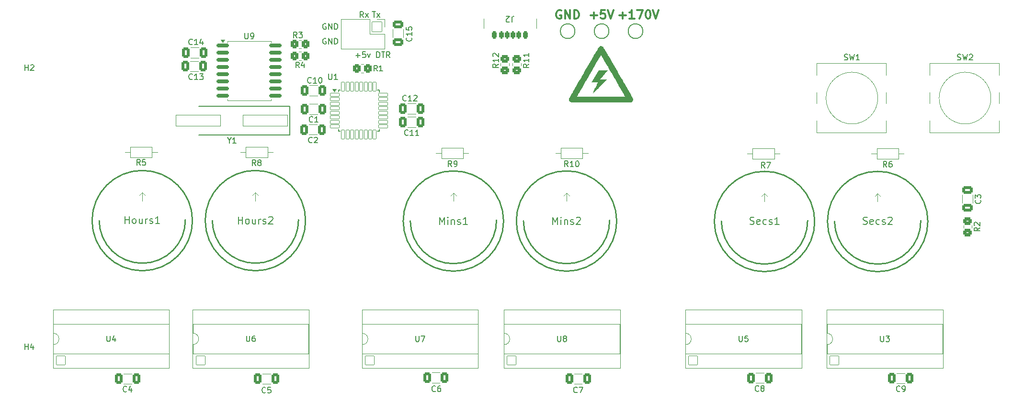
<source format=gto>
G04 #@! TF.GenerationSoftware,KiCad,Pcbnew,8.0.1*
G04 #@! TF.CreationDate,2025-01-11T23:12:33+02:00*
G04 #@! TF.ProjectId,NixProjectRev02,4e697850-726f-46a6-9563-745265763032,Rev02*
G04 #@! TF.SameCoordinates,Original*
G04 #@! TF.FileFunction,Legend,Top*
G04 #@! TF.FilePolarity,Positive*
%FSLAX46Y46*%
G04 Gerber Fmt 4.6, Leading zero omitted, Abs format (unit mm)*
G04 Created by KiCad (PCBNEW 8.0.1) date 2025-01-11 23:12:33*
%MOMM*%
%LPD*%
G01*
G04 APERTURE LIST*
G04 Aperture macros list*
%AMRoundRect*
0 Rectangle with rounded corners*
0 $1 Rounding radius*
0 $2 $3 $4 $5 $6 $7 $8 $9 X,Y pos of 4 corners*
0 Add a 4 corners polygon primitive as box body*
4,1,4,$2,$3,$4,$5,$6,$7,$8,$9,$2,$3,0*
0 Add four circle primitives for the rounded corners*
1,1,$1+$1,$2,$3*
1,1,$1+$1,$4,$5*
1,1,$1+$1,$6,$7*
1,1,$1+$1,$8,$9*
0 Add four rect primitives between the rounded corners*
20,1,$1+$1,$2,$3,$4,$5,0*
20,1,$1+$1,$4,$5,$6,$7,0*
20,1,$1+$1,$6,$7,$8,$9,0*
20,1,$1+$1,$8,$9,$2,$3,0*%
G04 Aperture macros list end*
%ADD10C,0.150000*%
%ADD11C,0.300000*%
%ADD12C,0.120000*%
%ADD13C,0.000000*%
%ADD14C,0.100000*%
%ADD15C,0.254000*%
%ADD16RoundRect,0.038000X-0.800000X-0.275000X0.800000X-0.275000X0.800000X0.275000X-0.800000X0.275000X0*%
%ADD17RoundRect,0.038000X0.275000X-0.800000X0.275000X0.800000X-0.275000X0.800000X-0.275000X-0.800000X0*%
%ADD18RoundRect,0.194000X0.194000X0.444000X-0.194000X0.444000X-0.194000X-0.444000X0.194000X-0.444000X0*%
%ADD19RoundRect,0.209000X-0.209000X-0.429000X0.209000X-0.429000X0.209000X0.429000X-0.209000X0.429000X0*%
%ADD20RoundRect,0.219000X-0.219000X-0.419000X0.219000X-0.419000X0.219000X0.419000X-0.219000X0.419000X0*%
%ADD21RoundRect,0.194000X-0.194000X-0.444000X0.194000X-0.444000X0.194000X0.444000X-0.194000X0.444000X0*%
%ADD22RoundRect,0.209000X0.209000X0.429000X-0.209000X0.429000X-0.209000X-0.429000X0.209000X-0.429000X0*%
%ADD23RoundRect,0.219000X0.219000X0.419000X-0.219000X0.419000X-0.219000X-0.419000X0.219000X-0.419000X0*%
%ADD24O,1.176000X1.776000*%
%ADD25C,1.476000*%
%ADD26O,1.476000X1.476000*%
%ADD27RoundRect,0.265833X-0.472167X0.372167X-0.472167X-0.372167X0.472167X-0.372167X0.472167X0.372167X0*%
%ADD28RoundRect,0.038000X3.937500X1.000000X-3.937500X1.000000X-3.937500X-1.000000X3.937500X-1.000000X0*%
%ADD29RoundRect,0.264339X-0.436161X-0.673661X0.436161X-0.673661X0.436161X0.673661X-0.436161X0.673661X0*%
%ADD30C,7.576000*%
%ADD31RoundRect,0.264339X0.436161X0.673661X-0.436161X0.673661X-0.436161X-0.673661X0.436161X-0.673661X0*%
%ADD32RoundRect,0.038000X0.800000X-0.800000X0.800000X0.800000X-0.800000X0.800000X-0.800000X-0.800000X0*%
%ADD33O,1.676000X1.676000*%
%ADD34C,2.076000*%
%ADD35RoundRect,0.264339X-0.673661X0.436161X-0.673661X-0.436161X0.673661X-0.436161X0.673661X0.436161X0*%
%ADD36RoundRect,0.169000X-0.894000X-0.169000X0.894000X-0.169000X0.894000X0.169000X-0.894000X0.169000X0*%
%ADD37O,3.076000X2.576000*%
%ADD38RoundRect,0.038000X-0.850000X0.850000X-0.850000X-0.850000X0.850000X-0.850000X0.850000X0.850000X0*%
%ADD39O,1.776000X1.776000*%
%ADD40C,1.422200*%
%ADD41RoundRect,0.264339X0.673661X-0.436161X0.673661X0.436161X-0.673661X0.436161X-0.673661X-0.436161X0*%
%ADD42RoundRect,0.265833X-0.372167X-0.472167X0.372167X-0.472167X0.372167X0.472167X-0.372167X0.472167X0*%
%ADD43RoundRect,0.038000X0.000000X2.121320X-2.121320X0.000000X0.000000X-2.121320X2.121320X0.000000X0*%
%ADD44C,3.076000*%
%ADD45C,0.676000*%
G04 APERTURE END LIST*
D10*
X123636779Y-57788866D02*
X124398684Y-57788866D01*
X124017731Y-58169819D02*
X124017731Y-57407914D01*
X125351064Y-57169819D02*
X124874874Y-57169819D01*
X124874874Y-57169819D02*
X124827255Y-57646009D01*
X124827255Y-57646009D02*
X124874874Y-57598390D01*
X124874874Y-57598390D02*
X124970112Y-57550771D01*
X124970112Y-57550771D02*
X125208207Y-57550771D01*
X125208207Y-57550771D02*
X125303445Y-57598390D01*
X125303445Y-57598390D02*
X125351064Y-57646009D01*
X125351064Y-57646009D02*
X125398683Y-57741247D01*
X125398683Y-57741247D02*
X125398683Y-57979342D01*
X125398683Y-57979342D02*
X125351064Y-58074580D01*
X125351064Y-58074580D02*
X125303445Y-58122200D01*
X125303445Y-58122200D02*
X125208207Y-58169819D01*
X125208207Y-58169819D02*
X124970112Y-58169819D01*
X124970112Y-58169819D02*
X124874874Y-58122200D01*
X124874874Y-58122200D02*
X124827255Y-58074580D01*
X125732017Y-57503152D02*
X125970112Y-58169819D01*
X125970112Y-58169819D02*
X126208207Y-57503152D01*
X127336779Y-58169819D02*
X127336779Y-57169819D01*
X127336779Y-57169819D02*
X127574874Y-57169819D01*
X127574874Y-57169819D02*
X127717731Y-57217438D01*
X127717731Y-57217438D02*
X127812969Y-57312676D01*
X127812969Y-57312676D02*
X127860588Y-57407914D01*
X127860588Y-57407914D02*
X127908207Y-57598390D01*
X127908207Y-57598390D02*
X127908207Y-57741247D01*
X127908207Y-57741247D02*
X127860588Y-57931723D01*
X127860588Y-57931723D02*
X127812969Y-58026961D01*
X127812969Y-58026961D02*
X127717731Y-58122200D01*
X127717731Y-58122200D02*
X127574874Y-58169819D01*
X127574874Y-58169819D02*
X127336779Y-58169819D01*
X128193922Y-57169819D02*
X128765350Y-57169819D01*
X128479636Y-58169819D02*
X128479636Y-57169819D01*
X129670112Y-58169819D02*
X129336779Y-57693628D01*
X129098684Y-58169819D02*
X129098684Y-57169819D01*
X129098684Y-57169819D02*
X129479636Y-57169819D01*
X129479636Y-57169819D02*
X129574874Y-57217438D01*
X129574874Y-57217438D02*
X129622493Y-57265057D01*
X129622493Y-57265057D02*
X129670112Y-57360295D01*
X129670112Y-57360295D02*
X129670112Y-57503152D01*
X129670112Y-57503152D02*
X129622493Y-57598390D01*
X129622493Y-57598390D02*
X129574874Y-57646009D01*
X129574874Y-57646009D02*
X129479636Y-57693628D01*
X129479636Y-57693628D02*
X129098684Y-57693628D01*
D11*
X170254510Y-50729400D02*
X171397368Y-50729400D01*
X170825939Y-51300828D02*
X170825939Y-50157971D01*
X172897368Y-51300828D02*
X172040225Y-51300828D01*
X172468796Y-51300828D02*
X172468796Y-49800828D01*
X172468796Y-49800828D02*
X172325939Y-50015114D01*
X172325939Y-50015114D02*
X172183082Y-50157971D01*
X172183082Y-50157971D02*
X172040225Y-50229400D01*
X173397367Y-49800828D02*
X174397367Y-49800828D01*
X174397367Y-49800828D02*
X173754510Y-51300828D01*
X175254510Y-49800828D02*
X175397367Y-49800828D01*
X175397367Y-49800828D02*
X175540224Y-49872257D01*
X175540224Y-49872257D02*
X175611653Y-49943685D01*
X175611653Y-49943685D02*
X175683081Y-50086542D01*
X175683081Y-50086542D02*
X175754510Y-50372257D01*
X175754510Y-50372257D02*
X175754510Y-50729400D01*
X175754510Y-50729400D02*
X175683081Y-51015114D01*
X175683081Y-51015114D02*
X175611653Y-51157971D01*
X175611653Y-51157971D02*
X175540224Y-51229400D01*
X175540224Y-51229400D02*
X175397367Y-51300828D01*
X175397367Y-51300828D02*
X175254510Y-51300828D01*
X175254510Y-51300828D02*
X175111653Y-51229400D01*
X175111653Y-51229400D02*
X175040224Y-51157971D01*
X175040224Y-51157971D02*
X174968795Y-51015114D01*
X174968795Y-51015114D02*
X174897367Y-50729400D01*
X174897367Y-50729400D02*
X174897367Y-50372257D01*
X174897367Y-50372257D02*
X174968795Y-50086542D01*
X174968795Y-50086542D02*
X175040224Y-49943685D01*
X175040224Y-49943685D02*
X175111653Y-49872257D01*
X175111653Y-49872257D02*
X175254510Y-49800828D01*
X176183081Y-49800828D02*
X176683081Y-51300828D01*
X176683081Y-51300828D02*
X177183081Y-49800828D01*
D10*
X124987207Y-51050819D02*
X124653874Y-50574628D01*
X124415779Y-51050819D02*
X124415779Y-50050819D01*
X124415779Y-50050819D02*
X124796731Y-50050819D01*
X124796731Y-50050819D02*
X124891969Y-50098438D01*
X124891969Y-50098438D02*
X124939588Y-50146057D01*
X124939588Y-50146057D02*
X124987207Y-50241295D01*
X124987207Y-50241295D02*
X124987207Y-50384152D01*
X124987207Y-50384152D02*
X124939588Y-50479390D01*
X124939588Y-50479390D02*
X124891969Y-50527009D01*
X124891969Y-50527009D02*
X124796731Y-50574628D01*
X124796731Y-50574628D02*
X124415779Y-50574628D01*
X125320541Y-51050819D02*
X125844350Y-50384152D01*
X125320541Y-50384152D02*
X125844350Y-51050819D01*
X118360588Y-54817438D02*
X118265350Y-54769819D01*
X118265350Y-54769819D02*
X118122493Y-54769819D01*
X118122493Y-54769819D02*
X117979636Y-54817438D01*
X117979636Y-54817438D02*
X117884398Y-54912676D01*
X117884398Y-54912676D02*
X117836779Y-55007914D01*
X117836779Y-55007914D02*
X117789160Y-55198390D01*
X117789160Y-55198390D02*
X117789160Y-55341247D01*
X117789160Y-55341247D02*
X117836779Y-55531723D01*
X117836779Y-55531723D02*
X117884398Y-55626961D01*
X117884398Y-55626961D02*
X117979636Y-55722200D01*
X117979636Y-55722200D02*
X118122493Y-55769819D01*
X118122493Y-55769819D02*
X118217731Y-55769819D01*
X118217731Y-55769819D02*
X118360588Y-55722200D01*
X118360588Y-55722200D02*
X118408207Y-55674580D01*
X118408207Y-55674580D02*
X118408207Y-55341247D01*
X118408207Y-55341247D02*
X118217731Y-55341247D01*
X118836779Y-55769819D02*
X118836779Y-54769819D01*
X118836779Y-54769819D02*
X119408207Y-55769819D01*
X119408207Y-55769819D02*
X119408207Y-54769819D01*
X119884398Y-55769819D02*
X119884398Y-54769819D01*
X119884398Y-54769819D02*
X120122493Y-54769819D01*
X120122493Y-54769819D02*
X120265350Y-54817438D01*
X120265350Y-54817438D02*
X120360588Y-54912676D01*
X120360588Y-54912676D02*
X120408207Y-55007914D01*
X120408207Y-55007914D02*
X120455826Y-55198390D01*
X120455826Y-55198390D02*
X120455826Y-55341247D01*
X120455826Y-55341247D02*
X120408207Y-55531723D01*
X120408207Y-55531723D02*
X120360588Y-55626961D01*
X120360588Y-55626961D02*
X120265350Y-55722200D01*
X120265350Y-55722200D02*
X120122493Y-55769819D01*
X120122493Y-55769819D02*
X119884398Y-55769819D01*
X126558922Y-50050819D02*
X127130350Y-50050819D01*
X126844636Y-51050819D02*
X126844636Y-50050819D01*
X127368446Y-51050819D02*
X127892255Y-50384152D01*
X127368446Y-50384152D02*
X127892255Y-51050819D01*
X118360588Y-52217438D02*
X118265350Y-52169819D01*
X118265350Y-52169819D02*
X118122493Y-52169819D01*
X118122493Y-52169819D02*
X117979636Y-52217438D01*
X117979636Y-52217438D02*
X117884398Y-52312676D01*
X117884398Y-52312676D02*
X117836779Y-52407914D01*
X117836779Y-52407914D02*
X117789160Y-52598390D01*
X117789160Y-52598390D02*
X117789160Y-52741247D01*
X117789160Y-52741247D02*
X117836779Y-52931723D01*
X117836779Y-52931723D02*
X117884398Y-53026961D01*
X117884398Y-53026961D02*
X117979636Y-53122200D01*
X117979636Y-53122200D02*
X118122493Y-53169819D01*
X118122493Y-53169819D02*
X118217731Y-53169819D01*
X118217731Y-53169819D02*
X118360588Y-53122200D01*
X118360588Y-53122200D02*
X118408207Y-53074580D01*
X118408207Y-53074580D02*
X118408207Y-52741247D01*
X118408207Y-52741247D02*
X118217731Y-52741247D01*
X118836779Y-53169819D02*
X118836779Y-52169819D01*
X118836779Y-52169819D02*
X119408207Y-53169819D01*
X119408207Y-53169819D02*
X119408207Y-52169819D01*
X119884398Y-53169819D02*
X119884398Y-52169819D01*
X119884398Y-52169819D02*
X120122493Y-52169819D01*
X120122493Y-52169819D02*
X120265350Y-52217438D01*
X120265350Y-52217438D02*
X120360588Y-52312676D01*
X120360588Y-52312676D02*
X120408207Y-52407914D01*
X120408207Y-52407914D02*
X120455826Y-52598390D01*
X120455826Y-52598390D02*
X120455826Y-52741247D01*
X120455826Y-52741247D02*
X120408207Y-52931723D01*
X120408207Y-52931723D02*
X120360588Y-53026961D01*
X120360588Y-53026961D02*
X120265350Y-53122200D01*
X120265350Y-53122200D02*
X120122493Y-53169819D01*
X120122493Y-53169819D02*
X119884398Y-53169819D01*
D11*
X165154510Y-50729400D02*
X166297368Y-50729400D01*
X165725939Y-51300828D02*
X165725939Y-50157971D01*
X167725939Y-49800828D02*
X167011653Y-49800828D01*
X167011653Y-49800828D02*
X166940225Y-50515114D01*
X166940225Y-50515114D02*
X167011653Y-50443685D01*
X167011653Y-50443685D02*
X167154511Y-50372257D01*
X167154511Y-50372257D02*
X167511653Y-50372257D01*
X167511653Y-50372257D02*
X167654511Y-50443685D01*
X167654511Y-50443685D02*
X167725939Y-50515114D01*
X167725939Y-50515114D02*
X167797368Y-50657971D01*
X167797368Y-50657971D02*
X167797368Y-51015114D01*
X167797368Y-51015114D02*
X167725939Y-51157971D01*
X167725939Y-51157971D02*
X167654511Y-51229400D01*
X167654511Y-51229400D02*
X167511653Y-51300828D01*
X167511653Y-51300828D02*
X167154511Y-51300828D01*
X167154511Y-51300828D02*
X167011653Y-51229400D01*
X167011653Y-51229400D02*
X166940225Y-51157971D01*
X168225939Y-49800828D02*
X168725939Y-51300828D01*
X168725939Y-51300828D02*
X169225939Y-49800828D01*
X159940225Y-49872257D02*
X159797368Y-49800828D01*
X159797368Y-49800828D02*
X159583082Y-49800828D01*
X159583082Y-49800828D02*
X159368796Y-49872257D01*
X159368796Y-49872257D02*
X159225939Y-50015114D01*
X159225939Y-50015114D02*
X159154510Y-50157971D01*
X159154510Y-50157971D02*
X159083082Y-50443685D01*
X159083082Y-50443685D02*
X159083082Y-50657971D01*
X159083082Y-50657971D02*
X159154510Y-50943685D01*
X159154510Y-50943685D02*
X159225939Y-51086542D01*
X159225939Y-51086542D02*
X159368796Y-51229400D01*
X159368796Y-51229400D02*
X159583082Y-51300828D01*
X159583082Y-51300828D02*
X159725939Y-51300828D01*
X159725939Y-51300828D02*
X159940225Y-51229400D01*
X159940225Y-51229400D02*
X160011653Y-51157971D01*
X160011653Y-51157971D02*
X160011653Y-50657971D01*
X160011653Y-50657971D02*
X159725939Y-50657971D01*
X160654510Y-51300828D02*
X160654510Y-49800828D01*
X160654510Y-49800828D02*
X161511653Y-51300828D01*
X161511653Y-51300828D02*
X161511653Y-49800828D01*
X162225939Y-51300828D02*
X162225939Y-49800828D01*
X162225939Y-49800828D02*
X162583082Y-49800828D01*
X162583082Y-49800828D02*
X162797368Y-49872257D01*
X162797368Y-49872257D02*
X162940225Y-50015114D01*
X162940225Y-50015114D02*
X163011654Y-50157971D01*
X163011654Y-50157971D02*
X163083082Y-50443685D01*
X163083082Y-50443685D02*
X163083082Y-50657971D01*
X163083082Y-50657971D02*
X163011654Y-50943685D01*
X163011654Y-50943685D02*
X162940225Y-51086542D01*
X162940225Y-51086542D02*
X162797368Y-51229400D01*
X162797368Y-51229400D02*
X162583082Y-51300828D01*
X162583082Y-51300828D02*
X162225939Y-51300828D01*
D10*
X118838095Y-61054819D02*
X118838095Y-61864342D01*
X118838095Y-61864342D02*
X118885714Y-61959580D01*
X118885714Y-61959580D02*
X118933333Y-62007200D01*
X118933333Y-62007200D02*
X119028571Y-62054819D01*
X119028571Y-62054819D02*
X119219047Y-62054819D01*
X119219047Y-62054819D02*
X119314285Y-62007200D01*
X119314285Y-62007200D02*
X119361904Y-61959580D01*
X119361904Y-61959580D02*
X119409523Y-61864342D01*
X119409523Y-61864342D02*
X119409523Y-61054819D01*
X120409523Y-62054819D02*
X119838095Y-62054819D01*
X120123809Y-62054819D02*
X120123809Y-61054819D01*
X120123809Y-61054819D02*
X120028571Y-61197676D01*
X120028571Y-61197676D02*
X119933333Y-61292914D01*
X119933333Y-61292914D02*
X119838095Y-61340533D01*
X151233333Y-51895180D02*
X151233333Y-51180895D01*
X151233333Y-51180895D02*
X151280952Y-51038038D01*
X151280952Y-51038038D02*
X151376190Y-50942800D01*
X151376190Y-50942800D02*
X151519047Y-50895180D01*
X151519047Y-50895180D02*
X151614285Y-50895180D01*
X150804761Y-51799942D02*
X150757142Y-51847561D01*
X150757142Y-51847561D02*
X150661904Y-51895180D01*
X150661904Y-51895180D02*
X150423809Y-51895180D01*
X150423809Y-51895180D02*
X150328571Y-51847561D01*
X150328571Y-51847561D02*
X150280952Y-51799942D01*
X150280952Y-51799942D02*
X150233333Y-51704704D01*
X150233333Y-51704704D02*
X150233333Y-51609466D01*
X150233333Y-51609466D02*
X150280952Y-51466609D01*
X150280952Y-51466609D02*
X150852380Y-50895180D01*
X150852380Y-50895180D02*
X150233333Y-50895180D01*
X195943333Y-77671939D02*
X195610000Y-77195748D01*
X195371905Y-77671939D02*
X195371905Y-76671939D01*
X195371905Y-76671939D02*
X195752857Y-76671939D01*
X195752857Y-76671939D02*
X195848095Y-76719558D01*
X195848095Y-76719558D02*
X195895714Y-76767177D01*
X195895714Y-76767177D02*
X195943333Y-76862415D01*
X195943333Y-76862415D02*
X195943333Y-77005272D01*
X195943333Y-77005272D02*
X195895714Y-77100510D01*
X195895714Y-77100510D02*
X195848095Y-77148129D01*
X195848095Y-77148129D02*
X195752857Y-77195748D01*
X195752857Y-77195748D02*
X195371905Y-77195748D01*
X196276667Y-76671939D02*
X196943333Y-76671939D01*
X196943333Y-76671939D02*
X196514762Y-77671939D01*
X233954819Y-88266666D02*
X233478628Y-88599999D01*
X233954819Y-88838094D02*
X232954819Y-88838094D01*
X232954819Y-88838094D02*
X232954819Y-88457142D01*
X232954819Y-88457142D02*
X233002438Y-88361904D01*
X233002438Y-88361904D02*
X233050057Y-88314285D01*
X233050057Y-88314285D02*
X233145295Y-88266666D01*
X233145295Y-88266666D02*
X233288152Y-88266666D01*
X233288152Y-88266666D02*
X233383390Y-88314285D01*
X233383390Y-88314285D02*
X233431009Y-88361904D01*
X233431009Y-88361904D02*
X233478628Y-88457142D01*
X233478628Y-88457142D02*
X233478628Y-88838094D01*
X233050057Y-87885713D02*
X233002438Y-87838094D01*
X233002438Y-87838094D02*
X232954819Y-87742856D01*
X232954819Y-87742856D02*
X232954819Y-87504761D01*
X232954819Y-87504761D02*
X233002438Y-87409523D01*
X233002438Y-87409523D02*
X233050057Y-87361904D01*
X233050057Y-87361904D02*
X233145295Y-87314285D01*
X233145295Y-87314285D02*
X233240533Y-87314285D01*
X233240533Y-87314285D02*
X233383390Y-87361904D01*
X233383390Y-87361904D02*
X233954819Y-87933332D01*
X233954819Y-87933332D02*
X233954819Y-87314285D01*
X101282309Y-72828628D02*
X101282309Y-73304819D01*
X100948976Y-72304819D02*
X101282309Y-72828628D01*
X101282309Y-72828628D02*
X101615642Y-72304819D01*
X102472785Y-73304819D02*
X101901357Y-73304819D01*
X102187071Y-73304819D02*
X102187071Y-72304819D01*
X102187071Y-72304819D02*
X102091833Y-72447676D01*
X102091833Y-72447676D02*
X101996595Y-72542914D01*
X101996595Y-72542914D02*
X101901357Y-72590533D01*
X132872642Y-71855580D02*
X132825023Y-71903200D01*
X132825023Y-71903200D02*
X132682166Y-71950819D01*
X132682166Y-71950819D02*
X132586928Y-71950819D01*
X132586928Y-71950819D02*
X132444071Y-71903200D01*
X132444071Y-71903200D02*
X132348833Y-71807961D01*
X132348833Y-71807961D02*
X132301214Y-71712723D01*
X132301214Y-71712723D02*
X132253595Y-71522247D01*
X132253595Y-71522247D02*
X132253595Y-71379390D01*
X132253595Y-71379390D02*
X132301214Y-71188914D01*
X132301214Y-71188914D02*
X132348833Y-71093676D01*
X132348833Y-71093676D02*
X132444071Y-70998438D01*
X132444071Y-70998438D02*
X132586928Y-70950819D01*
X132586928Y-70950819D02*
X132682166Y-70950819D01*
X132682166Y-70950819D02*
X132825023Y-70998438D01*
X132825023Y-70998438D02*
X132872642Y-71046057D01*
X133825023Y-71950819D02*
X133253595Y-71950819D01*
X133539309Y-71950819D02*
X133539309Y-70950819D01*
X133539309Y-70950819D02*
X133444071Y-71093676D01*
X133444071Y-71093676D02*
X133348833Y-71188914D01*
X133348833Y-71188914D02*
X133253595Y-71236533D01*
X134777404Y-71950819D02*
X134205976Y-71950819D01*
X134491690Y-71950819D02*
X134491690Y-70950819D01*
X134491690Y-70950819D02*
X134396452Y-71093676D01*
X134396452Y-71093676D02*
X134301214Y-71188914D01*
X134301214Y-71188914D02*
X134205976Y-71236533D01*
X65138095Y-109804819D02*
X65138095Y-108804819D01*
X65138095Y-109281009D02*
X65709523Y-109281009D01*
X65709523Y-109804819D02*
X65709523Y-108804819D01*
X66614285Y-109138152D02*
X66614285Y-109804819D01*
X66376190Y-108757200D02*
X66138095Y-109471485D01*
X66138095Y-109471485D02*
X66757142Y-109471485D01*
X116033333Y-69509580D02*
X115985714Y-69557200D01*
X115985714Y-69557200D02*
X115842857Y-69604819D01*
X115842857Y-69604819D02*
X115747619Y-69604819D01*
X115747619Y-69604819D02*
X115604762Y-69557200D01*
X115604762Y-69557200D02*
X115509524Y-69461961D01*
X115509524Y-69461961D02*
X115461905Y-69366723D01*
X115461905Y-69366723D02*
X115414286Y-69176247D01*
X115414286Y-69176247D02*
X115414286Y-69033390D01*
X115414286Y-69033390D02*
X115461905Y-68842914D01*
X115461905Y-68842914D02*
X115509524Y-68747676D01*
X115509524Y-68747676D02*
X115604762Y-68652438D01*
X115604762Y-68652438D02*
X115747619Y-68604819D01*
X115747619Y-68604819D02*
X115842857Y-68604819D01*
X115842857Y-68604819D02*
X115985714Y-68652438D01*
X115985714Y-68652438D02*
X116033333Y-68700057D01*
X116985714Y-69604819D02*
X116414286Y-69604819D01*
X116700000Y-69604819D02*
X116700000Y-68604819D01*
X116700000Y-68604819D02*
X116604762Y-68747676D01*
X116604762Y-68747676D02*
X116509524Y-68842914D01*
X116509524Y-68842914D02*
X116414286Y-68890533D01*
X107683333Y-117409580D02*
X107635714Y-117457200D01*
X107635714Y-117457200D02*
X107492857Y-117504819D01*
X107492857Y-117504819D02*
X107397619Y-117504819D01*
X107397619Y-117504819D02*
X107254762Y-117457200D01*
X107254762Y-117457200D02*
X107159524Y-117361961D01*
X107159524Y-117361961D02*
X107111905Y-117266723D01*
X107111905Y-117266723D02*
X107064286Y-117076247D01*
X107064286Y-117076247D02*
X107064286Y-116933390D01*
X107064286Y-116933390D02*
X107111905Y-116742914D01*
X107111905Y-116742914D02*
X107159524Y-116647676D01*
X107159524Y-116647676D02*
X107254762Y-116552438D01*
X107254762Y-116552438D02*
X107397619Y-116504819D01*
X107397619Y-116504819D02*
X107492857Y-116504819D01*
X107492857Y-116504819D02*
X107635714Y-116552438D01*
X107635714Y-116552438D02*
X107683333Y-116600057D01*
X108588095Y-116504819D02*
X108111905Y-116504819D01*
X108111905Y-116504819D02*
X108064286Y-116981009D01*
X108064286Y-116981009D02*
X108111905Y-116933390D01*
X108111905Y-116933390D02*
X108207143Y-116885771D01*
X108207143Y-116885771D02*
X108445238Y-116885771D01*
X108445238Y-116885771D02*
X108540476Y-116933390D01*
X108540476Y-116933390D02*
X108588095Y-116981009D01*
X108588095Y-116981009D02*
X108635714Y-117076247D01*
X108635714Y-117076247D02*
X108635714Y-117314342D01*
X108635714Y-117314342D02*
X108588095Y-117409580D01*
X108588095Y-117409580D02*
X108540476Y-117457200D01*
X108540476Y-117457200D02*
X108445238Y-117504819D01*
X108445238Y-117504819D02*
X108207143Y-117504819D01*
X108207143Y-117504819D02*
X108111905Y-117457200D01*
X108111905Y-117457200D02*
X108064286Y-117409580D01*
X216408095Y-107414819D02*
X216408095Y-108224342D01*
X216408095Y-108224342D02*
X216455714Y-108319580D01*
X216455714Y-108319580D02*
X216503333Y-108367200D01*
X216503333Y-108367200D02*
X216598571Y-108414819D01*
X216598571Y-108414819D02*
X216789047Y-108414819D01*
X216789047Y-108414819D02*
X216884285Y-108367200D01*
X216884285Y-108367200D02*
X216931904Y-108319580D01*
X216931904Y-108319580D02*
X216979523Y-108224342D01*
X216979523Y-108224342D02*
X216979523Y-107414819D01*
X217360476Y-107414819D02*
X217979523Y-107414819D01*
X217979523Y-107414819D02*
X217646190Y-107795771D01*
X217646190Y-107795771D02*
X217789047Y-107795771D01*
X217789047Y-107795771D02*
X217884285Y-107843390D01*
X217884285Y-107843390D02*
X217931904Y-107891009D01*
X217931904Y-107891009D02*
X217979523Y-107986247D01*
X217979523Y-107986247D02*
X217979523Y-108224342D01*
X217979523Y-108224342D02*
X217931904Y-108319580D01*
X217931904Y-108319580D02*
X217884285Y-108367200D01*
X217884285Y-108367200D02*
X217789047Y-108414819D01*
X217789047Y-108414819D02*
X217503333Y-108414819D01*
X217503333Y-108414819D02*
X217408095Y-108367200D01*
X217408095Y-108367200D02*
X217360476Y-108319580D01*
X94757142Y-61959580D02*
X94709523Y-62007200D01*
X94709523Y-62007200D02*
X94566666Y-62054819D01*
X94566666Y-62054819D02*
X94471428Y-62054819D01*
X94471428Y-62054819D02*
X94328571Y-62007200D01*
X94328571Y-62007200D02*
X94233333Y-61911961D01*
X94233333Y-61911961D02*
X94185714Y-61816723D01*
X94185714Y-61816723D02*
X94138095Y-61626247D01*
X94138095Y-61626247D02*
X94138095Y-61483390D01*
X94138095Y-61483390D02*
X94185714Y-61292914D01*
X94185714Y-61292914D02*
X94233333Y-61197676D01*
X94233333Y-61197676D02*
X94328571Y-61102438D01*
X94328571Y-61102438D02*
X94471428Y-61054819D01*
X94471428Y-61054819D02*
X94566666Y-61054819D01*
X94566666Y-61054819D02*
X94709523Y-61102438D01*
X94709523Y-61102438D02*
X94757142Y-61150057D01*
X95709523Y-62054819D02*
X95138095Y-62054819D01*
X95423809Y-62054819D02*
X95423809Y-61054819D01*
X95423809Y-61054819D02*
X95328571Y-61197676D01*
X95328571Y-61197676D02*
X95233333Y-61292914D01*
X95233333Y-61292914D02*
X95138095Y-61340533D01*
X96042857Y-61054819D02*
X96661904Y-61054819D01*
X96661904Y-61054819D02*
X96328571Y-61435771D01*
X96328571Y-61435771D02*
X96471428Y-61435771D01*
X96471428Y-61435771D02*
X96566666Y-61483390D01*
X96566666Y-61483390D02*
X96614285Y-61531009D01*
X96614285Y-61531009D02*
X96661904Y-61626247D01*
X96661904Y-61626247D02*
X96661904Y-61864342D01*
X96661904Y-61864342D02*
X96614285Y-61959580D01*
X96614285Y-61959580D02*
X96566666Y-62007200D01*
X96566666Y-62007200D02*
X96471428Y-62054819D01*
X96471428Y-62054819D02*
X96185714Y-62054819D01*
X96185714Y-62054819D02*
X96090476Y-62007200D01*
X96090476Y-62007200D02*
X96042857Y-61959580D01*
X134248095Y-107404819D02*
X134248095Y-108214342D01*
X134248095Y-108214342D02*
X134295714Y-108309580D01*
X134295714Y-108309580D02*
X134343333Y-108357200D01*
X134343333Y-108357200D02*
X134438571Y-108404819D01*
X134438571Y-108404819D02*
X134629047Y-108404819D01*
X134629047Y-108404819D02*
X134724285Y-108357200D01*
X134724285Y-108357200D02*
X134771904Y-108309580D01*
X134771904Y-108309580D02*
X134819523Y-108214342D01*
X134819523Y-108214342D02*
X134819523Y-107404819D01*
X135200476Y-107404819D02*
X135867142Y-107404819D01*
X135867142Y-107404819D02*
X135438571Y-108404819D01*
X234059580Y-83366666D02*
X234107200Y-83414285D01*
X234107200Y-83414285D02*
X234154819Y-83557142D01*
X234154819Y-83557142D02*
X234154819Y-83652380D01*
X234154819Y-83652380D02*
X234107200Y-83795237D01*
X234107200Y-83795237D02*
X234011961Y-83890475D01*
X234011961Y-83890475D02*
X233916723Y-83938094D01*
X233916723Y-83938094D02*
X233726247Y-83985713D01*
X233726247Y-83985713D02*
X233583390Y-83985713D01*
X233583390Y-83985713D02*
X233392914Y-83938094D01*
X233392914Y-83938094D02*
X233297676Y-83890475D01*
X233297676Y-83890475D02*
X233202438Y-83795237D01*
X233202438Y-83795237D02*
X233154819Y-83652380D01*
X233154819Y-83652380D02*
X233154819Y-83557142D01*
X233154819Y-83557142D02*
X233202438Y-83414285D01*
X233202438Y-83414285D02*
X233250057Y-83366666D01*
X233154819Y-83033332D02*
X233154819Y-82414285D01*
X233154819Y-82414285D02*
X233535771Y-82747618D01*
X233535771Y-82747618D02*
X233535771Y-82604761D01*
X233535771Y-82604761D02*
X233583390Y-82509523D01*
X233583390Y-82509523D02*
X233631009Y-82461904D01*
X233631009Y-82461904D02*
X233726247Y-82414285D01*
X233726247Y-82414285D02*
X233964342Y-82414285D01*
X233964342Y-82414285D02*
X234059580Y-82461904D01*
X234059580Y-82461904D02*
X234107200Y-82509523D01*
X234107200Y-82509523D02*
X234154819Y-82604761D01*
X234154819Y-82604761D02*
X234154819Y-82890475D01*
X234154819Y-82890475D02*
X234107200Y-82985713D01*
X234107200Y-82985713D02*
X234059580Y-83033332D01*
X104038095Y-53854819D02*
X104038095Y-54664342D01*
X104038095Y-54664342D02*
X104085714Y-54759580D01*
X104085714Y-54759580D02*
X104133333Y-54807200D01*
X104133333Y-54807200D02*
X104228571Y-54854819D01*
X104228571Y-54854819D02*
X104419047Y-54854819D01*
X104419047Y-54854819D02*
X104514285Y-54807200D01*
X104514285Y-54807200D02*
X104561904Y-54759580D01*
X104561904Y-54759580D02*
X104609523Y-54664342D01*
X104609523Y-54664342D02*
X104609523Y-53854819D01*
X105133333Y-54854819D02*
X105323809Y-54854819D01*
X105323809Y-54854819D02*
X105419047Y-54807200D01*
X105419047Y-54807200D02*
X105466666Y-54759580D01*
X105466666Y-54759580D02*
X105561904Y-54616723D01*
X105561904Y-54616723D02*
X105609523Y-54426247D01*
X105609523Y-54426247D02*
X105609523Y-54045295D01*
X105609523Y-54045295D02*
X105561904Y-53950057D01*
X105561904Y-53950057D02*
X105514285Y-53902438D01*
X105514285Y-53902438D02*
X105419047Y-53854819D01*
X105419047Y-53854819D02*
X105228571Y-53854819D01*
X105228571Y-53854819D02*
X105133333Y-53902438D01*
X105133333Y-53902438D02*
X105085714Y-53950057D01*
X105085714Y-53950057D02*
X105038095Y-54045295D01*
X105038095Y-54045295D02*
X105038095Y-54283390D01*
X105038095Y-54283390D02*
X105085714Y-54378628D01*
X105085714Y-54378628D02*
X105133333Y-54426247D01*
X105133333Y-54426247D02*
X105228571Y-54473866D01*
X105228571Y-54473866D02*
X105419047Y-54473866D01*
X105419047Y-54473866D02*
X105514285Y-54426247D01*
X105514285Y-54426247D02*
X105561904Y-54378628D01*
X105561904Y-54378628D02*
X105609523Y-54283390D01*
X65170095Y-60444819D02*
X65170095Y-59444819D01*
X65170095Y-59921009D02*
X65741523Y-59921009D01*
X65741523Y-60444819D02*
X65741523Y-59444819D01*
X66170095Y-59540057D02*
X66217714Y-59492438D01*
X66217714Y-59492438D02*
X66312952Y-59444819D01*
X66312952Y-59444819D02*
X66551047Y-59444819D01*
X66551047Y-59444819D02*
X66646285Y-59492438D01*
X66646285Y-59492438D02*
X66693904Y-59540057D01*
X66693904Y-59540057D02*
X66741523Y-59635295D01*
X66741523Y-59635295D02*
X66741523Y-59730533D01*
X66741523Y-59730533D02*
X66693904Y-59873390D01*
X66693904Y-59873390D02*
X66122476Y-60444819D01*
X66122476Y-60444819D02*
X66741523Y-60444819D01*
X85543333Y-77204819D02*
X85210000Y-76728628D01*
X84971905Y-77204819D02*
X84971905Y-76204819D01*
X84971905Y-76204819D02*
X85352857Y-76204819D01*
X85352857Y-76204819D02*
X85448095Y-76252438D01*
X85448095Y-76252438D02*
X85495714Y-76300057D01*
X85495714Y-76300057D02*
X85543333Y-76395295D01*
X85543333Y-76395295D02*
X85543333Y-76538152D01*
X85543333Y-76538152D02*
X85495714Y-76633390D01*
X85495714Y-76633390D02*
X85448095Y-76681009D01*
X85448095Y-76681009D02*
X85352857Y-76728628D01*
X85352857Y-76728628D02*
X84971905Y-76728628D01*
X86448095Y-76204819D02*
X85971905Y-76204819D01*
X85971905Y-76204819D02*
X85924286Y-76681009D01*
X85924286Y-76681009D02*
X85971905Y-76633390D01*
X85971905Y-76633390D02*
X86067143Y-76585771D01*
X86067143Y-76585771D02*
X86305238Y-76585771D01*
X86305238Y-76585771D02*
X86400476Y-76633390D01*
X86400476Y-76633390D02*
X86448095Y-76681009D01*
X86448095Y-76681009D02*
X86495714Y-76776247D01*
X86495714Y-76776247D02*
X86495714Y-77014342D01*
X86495714Y-77014342D02*
X86448095Y-77109580D01*
X86448095Y-77109580D02*
X86400476Y-77157200D01*
X86400476Y-77157200D02*
X86305238Y-77204819D01*
X86305238Y-77204819D02*
X86067143Y-77204819D01*
X86067143Y-77204819D02*
X85971905Y-77157200D01*
X85971905Y-77157200D02*
X85924286Y-77109580D01*
X210016667Y-58547200D02*
X210159524Y-58594819D01*
X210159524Y-58594819D02*
X210397619Y-58594819D01*
X210397619Y-58594819D02*
X210492857Y-58547200D01*
X210492857Y-58547200D02*
X210540476Y-58499580D01*
X210540476Y-58499580D02*
X210588095Y-58404342D01*
X210588095Y-58404342D02*
X210588095Y-58309104D01*
X210588095Y-58309104D02*
X210540476Y-58213866D01*
X210540476Y-58213866D02*
X210492857Y-58166247D01*
X210492857Y-58166247D02*
X210397619Y-58118628D01*
X210397619Y-58118628D02*
X210207143Y-58071009D01*
X210207143Y-58071009D02*
X210111905Y-58023390D01*
X210111905Y-58023390D02*
X210064286Y-57975771D01*
X210064286Y-57975771D02*
X210016667Y-57880533D01*
X210016667Y-57880533D02*
X210016667Y-57785295D01*
X210016667Y-57785295D02*
X210064286Y-57690057D01*
X210064286Y-57690057D02*
X210111905Y-57642438D01*
X210111905Y-57642438D02*
X210207143Y-57594819D01*
X210207143Y-57594819D02*
X210445238Y-57594819D01*
X210445238Y-57594819D02*
X210588095Y-57642438D01*
X210921429Y-57594819D02*
X211159524Y-58594819D01*
X211159524Y-58594819D02*
X211350000Y-57880533D01*
X211350000Y-57880533D02*
X211540476Y-58594819D01*
X211540476Y-58594819D02*
X211778572Y-57594819D01*
X212683333Y-58594819D02*
X212111905Y-58594819D01*
X212397619Y-58594819D02*
X212397619Y-57594819D01*
X212397619Y-57594819D02*
X212302381Y-57737676D01*
X212302381Y-57737676D02*
X212207143Y-57832914D01*
X212207143Y-57832914D02*
X212111905Y-57880533D01*
X140593333Y-77443199D02*
X140260000Y-76967008D01*
X140021905Y-77443199D02*
X140021905Y-76443199D01*
X140021905Y-76443199D02*
X140402857Y-76443199D01*
X140402857Y-76443199D02*
X140498095Y-76490818D01*
X140498095Y-76490818D02*
X140545714Y-76538437D01*
X140545714Y-76538437D02*
X140593333Y-76633675D01*
X140593333Y-76633675D02*
X140593333Y-76776532D01*
X140593333Y-76776532D02*
X140545714Y-76871770D01*
X140545714Y-76871770D02*
X140498095Y-76919389D01*
X140498095Y-76919389D02*
X140402857Y-76967008D01*
X140402857Y-76967008D02*
X140021905Y-76967008D01*
X141069524Y-77443199D02*
X141260000Y-77443199D01*
X141260000Y-77443199D02*
X141355238Y-77395580D01*
X141355238Y-77395580D02*
X141402857Y-77347960D01*
X141402857Y-77347960D02*
X141498095Y-77205103D01*
X141498095Y-77205103D02*
X141545714Y-77014627D01*
X141545714Y-77014627D02*
X141545714Y-76633675D01*
X141545714Y-76633675D02*
X141498095Y-76538437D01*
X141498095Y-76538437D02*
X141450476Y-76490818D01*
X141450476Y-76490818D02*
X141355238Y-76443199D01*
X141355238Y-76443199D02*
X141164762Y-76443199D01*
X141164762Y-76443199D02*
X141069524Y-76490818D01*
X141069524Y-76490818D02*
X141021905Y-76538437D01*
X141021905Y-76538437D02*
X140974286Y-76633675D01*
X140974286Y-76633675D02*
X140974286Y-76871770D01*
X140974286Y-76871770D02*
X141021905Y-76967008D01*
X141021905Y-76967008D02*
X141069524Y-77014627D01*
X141069524Y-77014627D02*
X141164762Y-77062246D01*
X141164762Y-77062246D02*
X141355238Y-77062246D01*
X141355238Y-77062246D02*
X141450476Y-77014627D01*
X141450476Y-77014627D02*
X141498095Y-76967008D01*
X141498095Y-76967008D02*
X141545714Y-76871770D01*
X154254819Y-59316857D02*
X153778628Y-59650190D01*
X154254819Y-59888285D02*
X153254819Y-59888285D01*
X153254819Y-59888285D02*
X153254819Y-59507333D01*
X153254819Y-59507333D02*
X153302438Y-59412095D01*
X153302438Y-59412095D02*
X153350057Y-59364476D01*
X153350057Y-59364476D02*
X153445295Y-59316857D01*
X153445295Y-59316857D02*
X153588152Y-59316857D01*
X153588152Y-59316857D02*
X153683390Y-59364476D01*
X153683390Y-59364476D02*
X153731009Y-59412095D01*
X153731009Y-59412095D02*
X153778628Y-59507333D01*
X153778628Y-59507333D02*
X153778628Y-59888285D01*
X154254819Y-58364476D02*
X154254819Y-58935904D01*
X154254819Y-58650190D02*
X153254819Y-58650190D01*
X153254819Y-58650190D02*
X153397676Y-58745428D01*
X153397676Y-58745428D02*
X153492914Y-58840666D01*
X153492914Y-58840666D02*
X153540533Y-58935904D01*
X154254819Y-57412095D02*
X154254819Y-57983523D01*
X154254819Y-57697809D02*
X153254819Y-57697809D01*
X153254819Y-57697809D02*
X153397676Y-57793047D01*
X153397676Y-57793047D02*
X153492914Y-57888285D01*
X153492914Y-57888285D02*
X153540533Y-57983523D01*
X94757142Y-55809580D02*
X94709523Y-55857200D01*
X94709523Y-55857200D02*
X94566666Y-55904819D01*
X94566666Y-55904819D02*
X94471428Y-55904819D01*
X94471428Y-55904819D02*
X94328571Y-55857200D01*
X94328571Y-55857200D02*
X94233333Y-55761961D01*
X94233333Y-55761961D02*
X94185714Y-55666723D01*
X94185714Y-55666723D02*
X94138095Y-55476247D01*
X94138095Y-55476247D02*
X94138095Y-55333390D01*
X94138095Y-55333390D02*
X94185714Y-55142914D01*
X94185714Y-55142914D02*
X94233333Y-55047676D01*
X94233333Y-55047676D02*
X94328571Y-54952438D01*
X94328571Y-54952438D02*
X94471428Y-54904819D01*
X94471428Y-54904819D02*
X94566666Y-54904819D01*
X94566666Y-54904819D02*
X94709523Y-54952438D01*
X94709523Y-54952438D02*
X94757142Y-55000057D01*
X95709523Y-55904819D02*
X95138095Y-55904819D01*
X95423809Y-55904819D02*
X95423809Y-54904819D01*
X95423809Y-54904819D02*
X95328571Y-55047676D01*
X95328571Y-55047676D02*
X95233333Y-55142914D01*
X95233333Y-55142914D02*
X95138095Y-55190533D01*
X96566666Y-55238152D02*
X96566666Y-55904819D01*
X96328571Y-54857200D02*
X96090476Y-55571485D01*
X96090476Y-55571485D02*
X96709523Y-55571485D01*
X213329762Y-87607630D02*
X213511191Y-87668106D01*
X213511191Y-87668106D02*
X213813572Y-87668106D01*
X213813572Y-87668106D02*
X213934524Y-87607630D01*
X213934524Y-87607630D02*
X213995000Y-87547153D01*
X213995000Y-87547153D02*
X214055477Y-87426201D01*
X214055477Y-87426201D02*
X214055477Y-87305249D01*
X214055477Y-87305249D02*
X213995000Y-87184296D01*
X213995000Y-87184296D02*
X213934524Y-87123820D01*
X213934524Y-87123820D02*
X213813572Y-87063344D01*
X213813572Y-87063344D02*
X213571667Y-87002868D01*
X213571667Y-87002868D02*
X213450715Y-86942391D01*
X213450715Y-86942391D02*
X213390238Y-86881915D01*
X213390238Y-86881915D02*
X213329762Y-86760963D01*
X213329762Y-86760963D02*
X213329762Y-86640010D01*
X213329762Y-86640010D02*
X213390238Y-86519058D01*
X213390238Y-86519058D02*
X213450715Y-86458582D01*
X213450715Y-86458582D02*
X213571667Y-86398106D01*
X213571667Y-86398106D02*
X213874048Y-86398106D01*
X213874048Y-86398106D02*
X214055477Y-86458582D01*
X215083572Y-87607630D02*
X214962620Y-87668106D01*
X214962620Y-87668106D02*
X214720715Y-87668106D01*
X214720715Y-87668106D02*
X214599762Y-87607630D01*
X214599762Y-87607630D02*
X214539286Y-87486677D01*
X214539286Y-87486677D02*
X214539286Y-87002868D01*
X214539286Y-87002868D02*
X214599762Y-86881915D01*
X214599762Y-86881915D02*
X214720715Y-86821439D01*
X214720715Y-86821439D02*
X214962620Y-86821439D01*
X214962620Y-86821439D02*
X215083572Y-86881915D01*
X215083572Y-86881915D02*
X215144048Y-87002868D01*
X215144048Y-87002868D02*
X215144048Y-87123820D01*
X215144048Y-87123820D02*
X214539286Y-87244772D01*
X216232619Y-87607630D02*
X216111667Y-87668106D01*
X216111667Y-87668106D02*
X215869762Y-87668106D01*
X215869762Y-87668106D02*
X215748810Y-87607630D01*
X215748810Y-87607630D02*
X215688333Y-87547153D01*
X215688333Y-87547153D02*
X215627857Y-87426201D01*
X215627857Y-87426201D02*
X215627857Y-87063344D01*
X215627857Y-87063344D02*
X215688333Y-86942391D01*
X215688333Y-86942391D02*
X215748810Y-86881915D01*
X215748810Y-86881915D02*
X215869762Y-86821439D01*
X215869762Y-86821439D02*
X216111667Y-86821439D01*
X216111667Y-86821439D02*
X216232619Y-86881915D01*
X216716428Y-87607630D02*
X216837381Y-87668106D01*
X216837381Y-87668106D02*
X217079285Y-87668106D01*
X217079285Y-87668106D02*
X217200238Y-87607630D01*
X217200238Y-87607630D02*
X217260714Y-87486677D01*
X217260714Y-87486677D02*
X217260714Y-87426201D01*
X217260714Y-87426201D02*
X217200238Y-87305249D01*
X217200238Y-87305249D02*
X217079285Y-87244772D01*
X217079285Y-87244772D02*
X216897857Y-87244772D01*
X216897857Y-87244772D02*
X216776904Y-87184296D01*
X216776904Y-87184296D02*
X216716428Y-87063344D01*
X216716428Y-87063344D02*
X216716428Y-87002868D01*
X216716428Y-87002868D02*
X216776904Y-86881915D01*
X216776904Y-86881915D02*
X216897857Y-86821439D01*
X216897857Y-86821439D02*
X217079285Y-86821439D01*
X217079285Y-86821439D02*
X217200238Y-86881915D01*
X217744523Y-86519058D02*
X217804999Y-86458582D01*
X217804999Y-86458582D02*
X217925952Y-86398106D01*
X217925952Y-86398106D02*
X218228333Y-86398106D01*
X218228333Y-86398106D02*
X218349285Y-86458582D01*
X218349285Y-86458582D02*
X218409761Y-86519058D01*
X218409761Y-86519058D02*
X218470238Y-86640010D01*
X218470238Y-86640010D02*
X218470238Y-86760963D01*
X218470238Y-86760963D02*
X218409761Y-86942391D01*
X218409761Y-86942391D02*
X217684047Y-87668106D01*
X217684047Y-87668106D02*
X218470238Y-87668106D01*
X132557142Y-65755580D02*
X132509523Y-65803200D01*
X132509523Y-65803200D02*
X132366666Y-65850819D01*
X132366666Y-65850819D02*
X132271428Y-65850819D01*
X132271428Y-65850819D02*
X132128571Y-65803200D01*
X132128571Y-65803200D02*
X132033333Y-65707961D01*
X132033333Y-65707961D02*
X131985714Y-65612723D01*
X131985714Y-65612723D02*
X131938095Y-65422247D01*
X131938095Y-65422247D02*
X131938095Y-65279390D01*
X131938095Y-65279390D02*
X131985714Y-65088914D01*
X131985714Y-65088914D02*
X132033333Y-64993676D01*
X132033333Y-64993676D02*
X132128571Y-64898438D01*
X132128571Y-64898438D02*
X132271428Y-64850819D01*
X132271428Y-64850819D02*
X132366666Y-64850819D01*
X132366666Y-64850819D02*
X132509523Y-64898438D01*
X132509523Y-64898438D02*
X132557142Y-64946057D01*
X133509523Y-65850819D02*
X132938095Y-65850819D01*
X133223809Y-65850819D02*
X133223809Y-64850819D01*
X133223809Y-64850819D02*
X133128571Y-64993676D01*
X133128571Y-64993676D02*
X133033333Y-65088914D01*
X133033333Y-65088914D02*
X132938095Y-65136533D01*
X133890476Y-64946057D02*
X133938095Y-64898438D01*
X133938095Y-64898438D02*
X134033333Y-64850819D01*
X134033333Y-64850819D02*
X134271428Y-64850819D01*
X134271428Y-64850819D02*
X134366666Y-64898438D01*
X134366666Y-64898438D02*
X134414285Y-64946057D01*
X134414285Y-64946057D02*
X134461904Y-65041295D01*
X134461904Y-65041295D02*
X134461904Y-65136533D01*
X134461904Y-65136533D02*
X134414285Y-65279390D01*
X134414285Y-65279390D02*
X133842857Y-65850819D01*
X133842857Y-65850819D02*
X134461904Y-65850819D01*
X193329762Y-87607630D02*
X193511191Y-87668106D01*
X193511191Y-87668106D02*
X193813572Y-87668106D01*
X193813572Y-87668106D02*
X193934524Y-87607630D01*
X193934524Y-87607630D02*
X193995000Y-87547153D01*
X193995000Y-87547153D02*
X194055477Y-87426201D01*
X194055477Y-87426201D02*
X194055477Y-87305249D01*
X194055477Y-87305249D02*
X193995000Y-87184296D01*
X193995000Y-87184296D02*
X193934524Y-87123820D01*
X193934524Y-87123820D02*
X193813572Y-87063344D01*
X193813572Y-87063344D02*
X193571667Y-87002868D01*
X193571667Y-87002868D02*
X193450715Y-86942391D01*
X193450715Y-86942391D02*
X193390238Y-86881915D01*
X193390238Y-86881915D02*
X193329762Y-86760963D01*
X193329762Y-86760963D02*
X193329762Y-86640010D01*
X193329762Y-86640010D02*
X193390238Y-86519058D01*
X193390238Y-86519058D02*
X193450715Y-86458582D01*
X193450715Y-86458582D02*
X193571667Y-86398106D01*
X193571667Y-86398106D02*
X193874048Y-86398106D01*
X193874048Y-86398106D02*
X194055477Y-86458582D01*
X195083572Y-87607630D02*
X194962620Y-87668106D01*
X194962620Y-87668106D02*
X194720715Y-87668106D01*
X194720715Y-87668106D02*
X194599762Y-87607630D01*
X194599762Y-87607630D02*
X194539286Y-87486677D01*
X194539286Y-87486677D02*
X194539286Y-87002868D01*
X194539286Y-87002868D02*
X194599762Y-86881915D01*
X194599762Y-86881915D02*
X194720715Y-86821439D01*
X194720715Y-86821439D02*
X194962620Y-86821439D01*
X194962620Y-86821439D02*
X195083572Y-86881915D01*
X195083572Y-86881915D02*
X195144048Y-87002868D01*
X195144048Y-87002868D02*
X195144048Y-87123820D01*
X195144048Y-87123820D02*
X194539286Y-87244772D01*
X196232619Y-87607630D02*
X196111667Y-87668106D01*
X196111667Y-87668106D02*
X195869762Y-87668106D01*
X195869762Y-87668106D02*
X195748810Y-87607630D01*
X195748810Y-87607630D02*
X195688333Y-87547153D01*
X195688333Y-87547153D02*
X195627857Y-87426201D01*
X195627857Y-87426201D02*
X195627857Y-87063344D01*
X195627857Y-87063344D02*
X195688333Y-86942391D01*
X195688333Y-86942391D02*
X195748810Y-86881915D01*
X195748810Y-86881915D02*
X195869762Y-86821439D01*
X195869762Y-86821439D02*
X196111667Y-86821439D01*
X196111667Y-86821439D02*
X196232619Y-86881915D01*
X196716428Y-87607630D02*
X196837381Y-87668106D01*
X196837381Y-87668106D02*
X197079285Y-87668106D01*
X197079285Y-87668106D02*
X197200238Y-87607630D01*
X197200238Y-87607630D02*
X197260714Y-87486677D01*
X197260714Y-87486677D02*
X197260714Y-87426201D01*
X197260714Y-87426201D02*
X197200238Y-87305249D01*
X197200238Y-87305249D02*
X197079285Y-87244772D01*
X197079285Y-87244772D02*
X196897857Y-87244772D01*
X196897857Y-87244772D02*
X196776904Y-87184296D01*
X196776904Y-87184296D02*
X196716428Y-87063344D01*
X196716428Y-87063344D02*
X196716428Y-87002868D01*
X196716428Y-87002868D02*
X196776904Y-86881915D01*
X196776904Y-86881915D02*
X196897857Y-86821439D01*
X196897857Y-86821439D02*
X197079285Y-86821439D01*
X197079285Y-86821439D02*
X197200238Y-86881915D01*
X198470238Y-87668106D02*
X197744523Y-87668106D01*
X198107380Y-87668106D02*
X198107380Y-86398106D01*
X198107380Y-86398106D02*
X197986428Y-86579534D01*
X197986428Y-86579534D02*
X197865476Y-86700487D01*
X197865476Y-86700487D02*
X197744523Y-86760963D01*
X82876190Y-87510626D02*
X82876190Y-86240626D01*
X82876190Y-86845388D02*
X83601905Y-86845388D01*
X83601905Y-87510626D02*
X83601905Y-86240626D01*
X84388095Y-87510626D02*
X84267143Y-87450150D01*
X84267143Y-87450150D02*
X84206666Y-87389673D01*
X84206666Y-87389673D02*
X84146190Y-87268721D01*
X84146190Y-87268721D02*
X84146190Y-86905864D01*
X84146190Y-86905864D02*
X84206666Y-86784911D01*
X84206666Y-86784911D02*
X84267143Y-86724435D01*
X84267143Y-86724435D02*
X84388095Y-86663959D01*
X84388095Y-86663959D02*
X84569524Y-86663959D01*
X84569524Y-86663959D02*
X84690476Y-86724435D01*
X84690476Y-86724435D02*
X84750952Y-86784911D01*
X84750952Y-86784911D02*
X84811428Y-86905864D01*
X84811428Y-86905864D02*
X84811428Y-87268721D01*
X84811428Y-87268721D02*
X84750952Y-87389673D01*
X84750952Y-87389673D02*
X84690476Y-87450150D01*
X84690476Y-87450150D02*
X84569524Y-87510626D01*
X84569524Y-87510626D02*
X84388095Y-87510626D01*
X85900000Y-86663959D02*
X85900000Y-87510626D01*
X85355714Y-86663959D02*
X85355714Y-87329197D01*
X85355714Y-87329197D02*
X85416191Y-87450150D01*
X85416191Y-87450150D02*
X85537143Y-87510626D01*
X85537143Y-87510626D02*
X85718572Y-87510626D01*
X85718572Y-87510626D02*
X85839524Y-87450150D01*
X85839524Y-87450150D02*
X85900000Y-87389673D01*
X86504762Y-87510626D02*
X86504762Y-86663959D01*
X86504762Y-86905864D02*
X86565239Y-86784911D01*
X86565239Y-86784911D02*
X86625715Y-86724435D01*
X86625715Y-86724435D02*
X86746667Y-86663959D01*
X86746667Y-86663959D02*
X86867620Y-86663959D01*
X87230476Y-87450150D02*
X87351429Y-87510626D01*
X87351429Y-87510626D02*
X87593333Y-87510626D01*
X87593333Y-87510626D02*
X87714286Y-87450150D01*
X87714286Y-87450150D02*
X87774762Y-87329197D01*
X87774762Y-87329197D02*
X87774762Y-87268721D01*
X87774762Y-87268721D02*
X87714286Y-87147769D01*
X87714286Y-87147769D02*
X87593333Y-87087292D01*
X87593333Y-87087292D02*
X87411905Y-87087292D01*
X87411905Y-87087292D02*
X87290952Y-87026816D01*
X87290952Y-87026816D02*
X87230476Y-86905864D01*
X87230476Y-86905864D02*
X87230476Y-86845388D01*
X87230476Y-86845388D02*
X87290952Y-86724435D01*
X87290952Y-86724435D02*
X87411905Y-86663959D01*
X87411905Y-86663959D02*
X87593333Y-86663959D01*
X87593333Y-86663959D02*
X87714286Y-86724435D01*
X88984286Y-87510626D02*
X88258571Y-87510626D01*
X88621428Y-87510626D02*
X88621428Y-86240626D01*
X88621428Y-86240626D02*
X88500476Y-86422054D01*
X88500476Y-86422054D02*
X88379524Y-86543007D01*
X88379524Y-86543007D02*
X88258571Y-86603483D01*
X194883333Y-117109580D02*
X194835714Y-117157200D01*
X194835714Y-117157200D02*
X194692857Y-117204819D01*
X194692857Y-117204819D02*
X194597619Y-117204819D01*
X194597619Y-117204819D02*
X194454762Y-117157200D01*
X194454762Y-117157200D02*
X194359524Y-117061961D01*
X194359524Y-117061961D02*
X194311905Y-116966723D01*
X194311905Y-116966723D02*
X194264286Y-116776247D01*
X194264286Y-116776247D02*
X194264286Y-116633390D01*
X194264286Y-116633390D02*
X194311905Y-116442914D01*
X194311905Y-116442914D02*
X194359524Y-116347676D01*
X194359524Y-116347676D02*
X194454762Y-116252438D01*
X194454762Y-116252438D02*
X194597619Y-116204819D01*
X194597619Y-116204819D02*
X194692857Y-116204819D01*
X194692857Y-116204819D02*
X194835714Y-116252438D01*
X194835714Y-116252438D02*
X194883333Y-116300057D01*
X195454762Y-116633390D02*
X195359524Y-116585771D01*
X195359524Y-116585771D02*
X195311905Y-116538152D01*
X195311905Y-116538152D02*
X195264286Y-116442914D01*
X195264286Y-116442914D02*
X195264286Y-116395295D01*
X195264286Y-116395295D02*
X195311905Y-116300057D01*
X195311905Y-116300057D02*
X195359524Y-116252438D01*
X195359524Y-116252438D02*
X195454762Y-116204819D01*
X195454762Y-116204819D02*
X195645238Y-116204819D01*
X195645238Y-116204819D02*
X195740476Y-116252438D01*
X195740476Y-116252438D02*
X195788095Y-116300057D01*
X195788095Y-116300057D02*
X195835714Y-116395295D01*
X195835714Y-116395295D02*
X195835714Y-116442914D01*
X195835714Y-116442914D02*
X195788095Y-116538152D01*
X195788095Y-116538152D02*
X195740476Y-116585771D01*
X195740476Y-116585771D02*
X195645238Y-116633390D01*
X195645238Y-116633390D02*
X195454762Y-116633390D01*
X195454762Y-116633390D02*
X195359524Y-116681009D01*
X195359524Y-116681009D02*
X195311905Y-116728628D01*
X195311905Y-116728628D02*
X195264286Y-116823866D01*
X195264286Y-116823866D02*
X195264286Y-117014342D01*
X195264286Y-117014342D02*
X195311905Y-117109580D01*
X195311905Y-117109580D02*
X195359524Y-117157200D01*
X195359524Y-117157200D02*
X195454762Y-117204819D01*
X195454762Y-117204819D02*
X195645238Y-117204819D01*
X195645238Y-117204819D02*
X195740476Y-117157200D01*
X195740476Y-117157200D02*
X195788095Y-117109580D01*
X195788095Y-117109580D02*
X195835714Y-117014342D01*
X195835714Y-117014342D02*
X195835714Y-116823866D01*
X195835714Y-116823866D02*
X195788095Y-116728628D01*
X195788095Y-116728628D02*
X195740476Y-116681009D01*
X195740476Y-116681009D02*
X195645238Y-116633390D01*
X104328095Y-107394819D02*
X104328095Y-108204342D01*
X104328095Y-108204342D02*
X104375714Y-108299580D01*
X104375714Y-108299580D02*
X104423333Y-108347200D01*
X104423333Y-108347200D02*
X104518571Y-108394819D01*
X104518571Y-108394819D02*
X104709047Y-108394819D01*
X104709047Y-108394819D02*
X104804285Y-108347200D01*
X104804285Y-108347200D02*
X104851904Y-108299580D01*
X104851904Y-108299580D02*
X104899523Y-108204342D01*
X104899523Y-108204342D02*
X104899523Y-107394819D01*
X105804285Y-107394819D02*
X105613809Y-107394819D01*
X105613809Y-107394819D02*
X105518571Y-107442438D01*
X105518571Y-107442438D02*
X105470952Y-107490057D01*
X105470952Y-107490057D02*
X105375714Y-107632914D01*
X105375714Y-107632914D02*
X105328095Y-107823390D01*
X105328095Y-107823390D02*
X105328095Y-108204342D01*
X105328095Y-108204342D02*
X105375714Y-108299580D01*
X105375714Y-108299580D02*
X105423333Y-108347200D01*
X105423333Y-108347200D02*
X105518571Y-108394819D01*
X105518571Y-108394819D02*
X105709047Y-108394819D01*
X105709047Y-108394819D02*
X105804285Y-108347200D01*
X105804285Y-108347200D02*
X105851904Y-108299580D01*
X105851904Y-108299580D02*
X105899523Y-108204342D01*
X105899523Y-108204342D02*
X105899523Y-107966247D01*
X105899523Y-107966247D02*
X105851904Y-107871009D01*
X105851904Y-107871009D02*
X105804285Y-107823390D01*
X105804285Y-107823390D02*
X105709047Y-107775771D01*
X105709047Y-107775771D02*
X105518571Y-107775771D01*
X105518571Y-107775771D02*
X105423333Y-107823390D01*
X105423333Y-107823390D02*
X105375714Y-107871009D01*
X105375714Y-107871009D02*
X105328095Y-107966247D01*
X133459580Y-54642857D02*
X133507200Y-54690476D01*
X133507200Y-54690476D02*
X133554819Y-54833333D01*
X133554819Y-54833333D02*
X133554819Y-54928571D01*
X133554819Y-54928571D02*
X133507200Y-55071428D01*
X133507200Y-55071428D02*
X133411961Y-55166666D01*
X133411961Y-55166666D02*
X133316723Y-55214285D01*
X133316723Y-55214285D02*
X133126247Y-55261904D01*
X133126247Y-55261904D02*
X132983390Y-55261904D01*
X132983390Y-55261904D02*
X132792914Y-55214285D01*
X132792914Y-55214285D02*
X132697676Y-55166666D01*
X132697676Y-55166666D02*
X132602438Y-55071428D01*
X132602438Y-55071428D02*
X132554819Y-54928571D01*
X132554819Y-54928571D02*
X132554819Y-54833333D01*
X132554819Y-54833333D02*
X132602438Y-54690476D01*
X132602438Y-54690476D02*
X132650057Y-54642857D01*
X133554819Y-53690476D02*
X133554819Y-54261904D01*
X133554819Y-53976190D02*
X132554819Y-53976190D01*
X132554819Y-53976190D02*
X132697676Y-54071428D01*
X132697676Y-54071428D02*
X132792914Y-54166666D01*
X132792914Y-54166666D02*
X132840533Y-54261904D01*
X132554819Y-52785714D02*
X132554819Y-53261904D01*
X132554819Y-53261904D02*
X133031009Y-53309523D01*
X133031009Y-53309523D02*
X132983390Y-53261904D01*
X132983390Y-53261904D02*
X132935771Y-53166666D01*
X132935771Y-53166666D02*
X132935771Y-52928571D01*
X132935771Y-52928571D02*
X132983390Y-52833333D01*
X132983390Y-52833333D02*
X133031009Y-52785714D01*
X133031009Y-52785714D02*
X133126247Y-52738095D01*
X133126247Y-52738095D02*
X133364342Y-52738095D01*
X133364342Y-52738095D02*
X133459580Y-52785714D01*
X133459580Y-52785714D02*
X133507200Y-52833333D01*
X133507200Y-52833333D02*
X133554819Y-52928571D01*
X133554819Y-52928571D02*
X133554819Y-53166666D01*
X133554819Y-53166666D02*
X133507200Y-53261904D01*
X133507200Y-53261904D02*
X133459580Y-53309523D01*
X219833333Y-117159580D02*
X219785714Y-117207200D01*
X219785714Y-117207200D02*
X219642857Y-117254819D01*
X219642857Y-117254819D02*
X219547619Y-117254819D01*
X219547619Y-117254819D02*
X219404762Y-117207200D01*
X219404762Y-117207200D02*
X219309524Y-117111961D01*
X219309524Y-117111961D02*
X219261905Y-117016723D01*
X219261905Y-117016723D02*
X219214286Y-116826247D01*
X219214286Y-116826247D02*
X219214286Y-116683390D01*
X219214286Y-116683390D02*
X219261905Y-116492914D01*
X219261905Y-116492914D02*
X219309524Y-116397676D01*
X219309524Y-116397676D02*
X219404762Y-116302438D01*
X219404762Y-116302438D02*
X219547619Y-116254819D01*
X219547619Y-116254819D02*
X219642857Y-116254819D01*
X219642857Y-116254819D02*
X219785714Y-116302438D01*
X219785714Y-116302438D02*
X219833333Y-116350057D01*
X220309524Y-117254819D02*
X220500000Y-117254819D01*
X220500000Y-117254819D02*
X220595238Y-117207200D01*
X220595238Y-117207200D02*
X220642857Y-117159580D01*
X220642857Y-117159580D02*
X220738095Y-117016723D01*
X220738095Y-117016723D02*
X220785714Y-116826247D01*
X220785714Y-116826247D02*
X220785714Y-116445295D01*
X220785714Y-116445295D02*
X220738095Y-116350057D01*
X220738095Y-116350057D02*
X220690476Y-116302438D01*
X220690476Y-116302438D02*
X220595238Y-116254819D01*
X220595238Y-116254819D02*
X220404762Y-116254819D01*
X220404762Y-116254819D02*
X220309524Y-116302438D01*
X220309524Y-116302438D02*
X220261905Y-116350057D01*
X220261905Y-116350057D02*
X220214286Y-116445295D01*
X220214286Y-116445295D02*
X220214286Y-116683390D01*
X220214286Y-116683390D02*
X220261905Y-116778628D01*
X220261905Y-116778628D02*
X220309524Y-116826247D01*
X220309524Y-116826247D02*
X220404762Y-116873866D01*
X220404762Y-116873866D02*
X220595238Y-116873866D01*
X220595238Y-116873866D02*
X220690476Y-116826247D01*
X220690476Y-116826247D02*
X220738095Y-116778628D01*
X220738095Y-116778628D02*
X220785714Y-116683390D01*
X105953333Y-77274819D02*
X105620000Y-76798628D01*
X105381905Y-77274819D02*
X105381905Y-76274819D01*
X105381905Y-76274819D02*
X105762857Y-76274819D01*
X105762857Y-76274819D02*
X105858095Y-76322438D01*
X105858095Y-76322438D02*
X105905714Y-76370057D01*
X105905714Y-76370057D02*
X105953333Y-76465295D01*
X105953333Y-76465295D02*
X105953333Y-76608152D01*
X105953333Y-76608152D02*
X105905714Y-76703390D01*
X105905714Y-76703390D02*
X105858095Y-76751009D01*
X105858095Y-76751009D02*
X105762857Y-76798628D01*
X105762857Y-76798628D02*
X105381905Y-76798628D01*
X106524762Y-76703390D02*
X106429524Y-76655771D01*
X106429524Y-76655771D02*
X106381905Y-76608152D01*
X106381905Y-76608152D02*
X106334286Y-76512914D01*
X106334286Y-76512914D02*
X106334286Y-76465295D01*
X106334286Y-76465295D02*
X106381905Y-76370057D01*
X106381905Y-76370057D02*
X106429524Y-76322438D01*
X106429524Y-76322438D02*
X106524762Y-76274819D01*
X106524762Y-76274819D02*
X106715238Y-76274819D01*
X106715238Y-76274819D02*
X106810476Y-76322438D01*
X106810476Y-76322438D02*
X106858095Y-76370057D01*
X106858095Y-76370057D02*
X106905714Y-76465295D01*
X106905714Y-76465295D02*
X106905714Y-76512914D01*
X106905714Y-76512914D02*
X106858095Y-76608152D01*
X106858095Y-76608152D02*
X106810476Y-76655771D01*
X106810476Y-76655771D02*
X106715238Y-76703390D01*
X106715238Y-76703390D02*
X106524762Y-76703390D01*
X106524762Y-76703390D02*
X106429524Y-76751009D01*
X106429524Y-76751009D02*
X106381905Y-76798628D01*
X106381905Y-76798628D02*
X106334286Y-76893866D01*
X106334286Y-76893866D02*
X106334286Y-77084342D01*
X106334286Y-77084342D02*
X106381905Y-77179580D01*
X106381905Y-77179580D02*
X106429524Y-77227200D01*
X106429524Y-77227200D02*
X106524762Y-77274819D01*
X106524762Y-77274819D02*
X106715238Y-77274819D01*
X106715238Y-77274819D02*
X106810476Y-77227200D01*
X106810476Y-77227200D02*
X106858095Y-77179580D01*
X106858095Y-77179580D02*
X106905714Y-77084342D01*
X106905714Y-77084342D02*
X106905714Y-76893866D01*
X106905714Y-76893866D02*
X106858095Y-76798628D01*
X106858095Y-76798628D02*
X106810476Y-76751009D01*
X106810476Y-76751009D02*
X106715238Y-76703390D01*
X162783333Y-117359580D02*
X162735714Y-117407200D01*
X162735714Y-117407200D02*
X162592857Y-117454819D01*
X162592857Y-117454819D02*
X162497619Y-117454819D01*
X162497619Y-117454819D02*
X162354762Y-117407200D01*
X162354762Y-117407200D02*
X162259524Y-117311961D01*
X162259524Y-117311961D02*
X162211905Y-117216723D01*
X162211905Y-117216723D02*
X162164286Y-117026247D01*
X162164286Y-117026247D02*
X162164286Y-116883390D01*
X162164286Y-116883390D02*
X162211905Y-116692914D01*
X162211905Y-116692914D02*
X162259524Y-116597676D01*
X162259524Y-116597676D02*
X162354762Y-116502438D01*
X162354762Y-116502438D02*
X162497619Y-116454819D01*
X162497619Y-116454819D02*
X162592857Y-116454819D01*
X162592857Y-116454819D02*
X162735714Y-116502438D01*
X162735714Y-116502438D02*
X162783333Y-116550057D01*
X163116667Y-116454819D02*
X163783333Y-116454819D01*
X163783333Y-116454819D02*
X163354762Y-117454819D01*
X113633333Y-59954819D02*
X113300000Y-59478628D01*
X113061905Y-59954819D02*
X113061905Y-58954819D01*
X113061905Y-58954819D02*
X113442857Y-58954819D01*
X113442857Y-58954819D02*
X113538095Y-59002438D01*
X113538095Y-59002438D02*
X113585714Y-59050057D01*
X113585714Y-59050057D02*
X113633333Y-59145295D01*
X113633333Y-59145295D02*
X113633333Y-59288152D01*
X113633333Y-59288152D02*
X113585714Y-59383390D01*
X113585714Y-59383390D02*
X113538095Y-59431009D01*
X113538095Y-59431009D02*
X113442857Y-59478628D01*
X113442857Y-59478628D02*
X113061905Y-59478628D01*
X114490476Y-59288152D02*
X114490476Y-59954819D01*
X114252381Y-58907200D02*
X114014286Y-59621485D01*
X114014286Y-59621485D02*
X114633333Y-59621485D01*
X148854819Y-59316857D02*
X148378628Y-59650190D01*
X148854819Y-59888285D02*
X147854819Y-59888285D01*
X147854819Y-59888285D02*
X147854819Y-59507333D01*
X147854819Y-59507333D02*
X147902438Y-59412095D01*
X147902438Y-59412095D02*
X147950057Y-59364476D01*
X147950057Y-59364476D02*
X148045295Y-59316857D01*
X148045295Y-59316857D02*
X148188152Y-59316857D01*
X148188152Y-59316857D02*
X148283390Y-59364476D01*
X148283390Y-59364476D02*
X148331009Y-59412095D01*
X148331009Y-59412095D02*
X148378628Y-59507333D01*
X148378628Y-59507333D02*
X148378628Y-59888285D01*
X148854819Y-58364476D02*
X148854819Y-58935904D01*
X148854819Y-58650190D02*
X147854819Y-58650190D01*
X147854819Y-58650190D02*
X147997676Y-58745428D01*
X147997676Y-58745428D02*
X148092914Y-58840666D01*
X148092914Y-58840666D02*
X148140533Y-58935904D01*
X147950057Y-57983523D02*
X147902438Y-57935904D01*
X147902438Y-57935904D02*
X147854819Y-57840666D01*
X147854819Y-57840666D02*
X147854819Y-57602571D01*
X147854819Y-57602571D02*
X147902438Y-57507333D01*
X147902438Y-57507333D02*
X147950057Y-57459714D01*
X147950057Y-57459714D02*
X148045295Y-57412095D01*
X148045295Y-57412095D02*
X148140533Y-57412095D01*
X148140533Y-57412095D02*
X148283390Y-57459714D01*
X148283390Y-57459714D02*
X148854819Y-58031142D01*
X148854819Y-58031142D02*
X148854819Y-57412095D01*
X230016667Y-58547200D02*
X230159524Y-58594819D01*
X230159524Y-58594819D02*
X230397619Y-58594819D01*
X230397619Y-58594819D02*
X230492857Y-58547200D01*
X230492857Y-58547200D02*
X230540476Y-58499580D01*
X230540476Y-58499580D02*
X230588095Y-58404342D01*
X230588095Y-58404342D02*
X230588095Y-58309104D01*
X230588095Y-58309104D02*
X230540476Y-58213866D01*
X230540476Y-58213866D02*
X230492857Y-58166247D01*
X230492857Y-58166247D02*
X230397619Y-58118628D01*
X230397619Y-58118628D02*
X230207143Y-58071009D01*
X230207143Y-58071009D02*
X230111905Y-58023390D01*
X230111905Y-58023390D02*
X230064286Y-57975771D01*
X230064286Y-57975771D02*
X230016667Y-57880533D01*
X230016667Y-57880533D02*
X230016667Y-57785295D01*
X230016667Y-57785295D02*
X230064286Y-57690057D01*
X230064286Y-57690057D02*
X230111905Y-57642438D01*
X230111905Y-57642438D02*
X230207143Y-57594819D01*
X230207143Y-57594819D02*
X230445238Y-57594819D01*
X230445238Y-57594819D02*
X230588095Y-57642438D01*
X230921429Y-57594819D02*
X231159524Y-58594819D01*
X231159524Y-58594819D02*
X231350000Y-57880533D01*
X231350000Y-57880533D02*
X231540476Y-58594819D01*
X231540476Y-58594819D02*
X231778572Y-57594819D01*
X232111905Y-57690057D02*
X232159524Y-57642438D01*
X232159524Y-57642438D02*
X232254762Y-57594819D01*
X232254762Y-57594819D02*
X232492857Y-57594819D01*
X232492857Y-57594819D02*
X232588095Y-57642438D01*
X232588095Y-57642438D02*
X232635714Y-57690057D01*
X232635714Y-57690057D02*
X232683333Y-57785295D01*
X232683333Y-57785295D02*
X232683333Y-57880533D01*
X232683333Y-57880533D02*
X232635714Y-58023390D01*
X232635714Y-58023390D02*
X232064286Y-58594819D01*
X232064286Y-58594819D02*
X232683333Y-58594819D01*
X158480951Y-87668106D02*
X158480951Y-86398106D01*
X158480951Y-86398106D02*
X158904285Y-87305249D01*
X158904285Y-87305249D02*
X159327618Y-86398106D01*
X159327618Y-86398106D02*
X159327618Y-87668106D01*
X159932380Y-87668106D02*
X159932380Y-86821439D01*
X159932380Y-86398106D02*
X159871904Y-86458582D01*
X159871904Y-86458582D02*
X159932380Y-86519058D01*
X159932380Y-86519058D02*
X159992857Y-86458582D01*
X159992857Y-86458582D02*
X159932380Y-86398106D01*
X159932380Y-86398106D02*
X159932380Y-86519058D01*
X160537142Y-86821439D02*
X160537142Y-87668106D01*
X160537142Y-86942391D02*
X160597619Y-86881915D01*
X160597619Y-86881915D02*
X160718571Y-86821439D01*
X160718571Y-86821439D02*
X160900000Y-86821439D01*
X160900000Y-86821439D02*
X161020952Y-86881915D01*
X161020952Y-86881915D02*
X161081428Y-87002868D01*
X161081428Y-87002868D02*
X161081428Y-87668106D01*
X161625714Y-87607630D02*
X161746667Y-87668106D01*
X161746667Y-87668106D02*
X161988571Y-87668106D01*
X161988571Y-87668106D02*
X162109524Y-87607630D01*
X162109524Y-87607630D02*
X162170000Y-87486677D01*
X162170000Y-87486677D02*
X162170000Y-87426201D01*
X162170000Y-87426201D02*
X162109524Y-87305249D01*
X162109524Y-87305249D02*
X161988571Y-87244772D01*
X161988571Y-87244772D02*
X161807143Y-87244772D01*
X161807143Y-87244772D02*
X161686190Y-87184296D01*
X161686190Y-87184296D02*
X161625714Y-87063344D01*
X161625714Y-87063344D02*
X161625714Y-87002868D01*
X161625714Y-87002868D02*
X161686190Y-86881915D01*
X161686190Y-86881915D02*
X161807143Y-86821439D01*
X161807143Y-86821439D02*
X161988571Y-86821439D01*
X161988571Y-86821439D02*
X162109524Y-86881915D01*
X162653809Y-86519058D02*
X162714285Y-86458582D01*
X162714285Y-86458582D02*
X162835238Y-86398106D01*
X162835238Y-86398106D02*
X163137619Y-86398106D01*
X163137619Y-86398106D02*
X163258571Y-86458582D01*
X163258571Y-86458582D02*
X163319047Y-86519058D01*
X163319047Y-86519058D02*
X163379524Y-86640010D01*
X163379524Y-86640010D02*
X163379524Y-86760963D01*
X163379524Y-86760963D02*
X163319047Y-86942391D01*
X163319047Y-86942391D02*
X162593333Y-87668106D01*
X162593333Y-87668106D02*
X163379524Y-87668106D01*
X127433333Y-60554819D02*
X127100000Y-60078628D01*
X126861905Y-60554819D02*
X126861905Y-59554819D01*
X126861905Y-59554819D02*
X127242857Y-59554819D01*
X127242857Y-59554819D02*
X127338095Y-59602438D01*
X127338095Y-59602438D02*
X127385714Y-59650057D01*
X127385714Y-59650057D02*
X127433333Y-59745295D01*
X127433333Y-59745295D02*
X127433333Y-59888152D01*
X127433333Y-59888152D02*
X127385714Y-59983390D01*
X127385714Y-59983390D02*
X127338095Y-60031009D01*
X127338095Y-60031009D02*
X127242857Y-60078628D01*
X127242857Y-60078628D02*
X126861905Y-60078628D01*
X128385714Y-60554819D02*
X127814286Y-60554819D01*
X128100000Y-60554819D02*
X128100000Y-59554819D01*
X128100000Y-59554819D02*
X128004762Y-59697676D01*
X128004762Y-59697676D02*
X127909524Y-59792914D01*
X127909524Y-59792914D02*
X127814286Y-59840533D01*
X79638095Y-107394819D02*
X79638095Y-108204342D01*
X79638095Y-108204342D02*
X79685714Y-108299580D01*
X79685714Y-108299580D02*
X79733333Y-108347200D01*
X79733333Y-108347200D02*
X79828571Y-108394819D01*
X79828571Y-108394819D02*
X80019047Y-108394819D01*
X80019047Y-108394819D02*
X80114285Y-108347200D01*
X80114285Y-108347200D02*
X80161904Y-108299580D01*
X80161904Y-108299580D02*
X80209523Y-108204342D01*
X80209523Y-108204342D02*
X80209523Y-107394819D01*
X81114285Y-107728152D02*
X81114285Y-108394819D01*
X80876190Y-107347200D02*
X80638095Y-108061485D01*
X80638095Y-108061485D02*
X81257142Y-108061485D01*
X191408095Y-107404819D02*
X191408095Y-108214342D01*
X191408095Y-108214342D02*
X191455714Y-108309580D01*
X191455714Y-108309580D02*
X191503333Y-108357200D01*
X191503333Y-108357200D02*
X191598571Y-108404819D01*
X191598571Y-108404819D02*
X191789047Y-108404819D01*
X191789047Y-108404819D02*
X191884285Y-108357200D01*
X191884285Y-108357200D02*
X191931904Y-108309580D01*
X191931904Y-108309580D02*
X191979523Y-108214342D01*
X191979523Y-108214342D02*
X191979523Y-107404819D01*
X192931904Y-107404819D02*
X192455714Y-107404819D01*
X192455714Y-107404819D02*
X192408095Y-107881009D01*
X192408095Y-107881009D02*
X192455714Y-107833390D01*
X192455714Y-107833390D02*
X192550952Y-107785771D01*
X192550952Y-107785771D02*
X192789047Y-107785771D01*
X192789047Y-107785771D02*
X192884285Y-107833390D01*
X192884285Y-107833390D02*
X192931904Y-107881009D01*
X192931904Y-107881009D02*
X192979523Y-107976247D01*
X192979523Y-107976247D02*
X192979523Y-108214342D01*
X192979523Y-108214342D02*
X192931904Y-108309580D01*
X192931904Y-108309580D02*
X192884285Y-108357200D01*
X192884285Y-108357200D02*
X192789047Y-108404819D01*
X192789047Y-108404819D02*
X192550952Y-108404819D01*
X192550952Y-108404819D02*
X192455714Y-108357200D01*
X192455714Y-108357200D02*
X192408095Y-108309580D01*
X161171615Y-77463199D02*
X160838282Y-76987008D01*
X160600187Y-77463199D02*
X160600187Y-76463199D01*
X160600187Y-76463199D02*
X160981139Y-76463199D01*
X160981139Y-76463199D02*
X161076377Y-76510818D01*
X161076377Y-76510818D02*
X161123996Y-76558437D01*
X161123996Y-76558437D02*
X161171615Y-76653675D01*
X161171615Y-76653675D02*
X161171615Y-76796532D01*
X161171615Y-76796532D02*
X161123996Y-76891770D01*
X161123996Y-76891770D02*
X161076377Y-76939389D01*
X161076377Y-76939389D02*
X160981139Y-76987008D01*
X160981139Y-76987008D02*
X160600187Y-76987008D01*
X162123996Y-77463199D02*
X161552568Y-77463199D01*
X161838282Y-77463199D02*
X161838282Y-76463199D01*
X161838282Y-76463199D02*
X161743044Y-76606056D01*
X161743044Y-76606056D02*
X161647806Y-76701294D01*
X161647806Y-76701294D02*
X161552568Y-76748913D01*
X162743044Y-76463199D02*
X162838282Y-76463199D01*
X162838282Y-76463199D02*
X162933520Y-76510818D01*
X162933520Y-76510818D02*
X162981139Y-76558437D01*
X162981139Y-76558437D02*
X163028758Y-76653675D01*
X163028758Y-76653675D02*
X163076377Y-76844151D01*
X163076377Y-76844151D02*
X163076377Y-77082246D01*
X163076377Y-77082246D02*
X163028758Y-77272722D01*
X163028758Y-77272722D02*
X162981139Y-77367960D01*
X162981139Y-77367960D02*
X162933520Y-77415580D01*
X162933520Y-77415580D02*
X162838282Y-77463199D01*
X162838282Y-77463199D02*
X162743044Y-77463199D01*
X162743044Y-77463199D02*
X162647806Y-77415580D01*
X162647806Y-77415580D02*
X162600187Y-77367960D01*
X162600187Y-77367960D02*
X162552568Y-77272722D01*
X162552568Y-77272722D02*
X162504949Y-77082246D01*
X162504949Y-77082246D02*
X162504949Y-76844151D01*
X162504949Y-76844151D02*
X162552568Y-76653675D01*
X162552568Y-76653675D02*
X162600187Y-76558437D01*
X162600187Y-76558437D02*
X162647806Y-76510818D01*
X162647806Y-76510818D02*
X162743044Y-76463199D01*
X137733333Y-117159580D02*
X137685714Y-117207200D01*
X137685714Y-117207200D02*
X137542857Y-117254819D01*
X137542857Y-117254819D02*
X137447619Y-117254819D01*
X137447619Y-117254819D02*
X137304762Y-117207200D01*
X137304762Y-117207200D02*
X137209524Y-117111961D01*
X137209524Y-117111961D02*
X137161905Y-117016723D01*
X137161905Y-117016723D02*
X137114286Y-116826247D01*
X137114286Y-116826247D02*
X137114286Y-116683390D01*
X137114286Y-116683390D02*
X137161905Y-116492914D01*
X137161905Y-116492914D02*
X137209524Y-116397676D01*
X137209524Y-116397676D02*
X137304762Y-116302438D01*
X137304762Y-116302438D02*
X137447619Y-116254819D01*
X137447619Y-116254819D02*
X137542857Y-116254819D01*
X137542857Y-116254819D02*
X137685714Y-116302438D01*
X137685714Y-116302438D02*
X137733333Y-116350057D01*
X138590476Y-116254819D02*
X138400000Y-116254819D01*
X138400000Y-116254819D02*
X138304762Y-116302438D01*
X138304762Y-116302438D02*
X138257143Y-116350057D01*
X138257143Y-116350057D02*
X138161905Y-116492914D01*
X138161905Y-116492914D02*
X138114286Y-116683390D01*
X138114286Y-116683390D02*
X138114286Y-117064342D01*
X138114286Y-117064342D02*
X138161905Y-117159580D01*
X138161905Y-117159580D02*
X138209524Y-117207200D01*
X138209524Y-117207200D02*
X138304762Y-117254819D01*
X138304762Y-117254819D02*
X138495238Y-117254819D01*
X138495238Y-117254819D02*
X138590476Y-117207200D01*
X138590476Y-117207200D02*
X138638095Y-117159580D01*
X138638095Y-117159580D02*
X138685714Y-117064342D01*
X138685714Y-117064342D02*
X138685714Y-116826247D01*
X138685714Y-116826247D02*
X138638095Y-116731009D01*
X138638095Y-116731009D02*
X138590476Y-116683390D01*
X138590476Y-116683390D02*
X138495238Y-116635771D01*
X138495238Y-116635771D02*
X138304762Y-116635771D01*
X138304762Y-116635771D02*
X138209524Y-116683390D01*
X138209524Y-116683390D02*
X138161905Y-116731009D01*
X138161905Y-116731009D02*
X138114286Y-116826247D01*
X83133333Y-117209580D02*
X83085714Y-117257200D01*
X83085714Y-117257200D02*
X82942857Y-117304819D01*
X82942857Y-117304819D02*
X82847619Y-117304819D01*
X82847619Y-117304819D02*
X82704762Y-117257200D01*
X82704762Y-117257200D02*
X82609524Y-117161961D01*
X82609524Y-117161961D02*
X82561905Y-117066723D01*
X82561905Y-117066723D02*
X82514286Y-116876247D01*
X82514286Y-116876247D02*
X82514286Y-116733390D01*
X82514286Y-116733390D02*
X82561905Y-116542914D01*
X82561905Y-116542914D02*
X82609524Y-116447676D01*
X82609524Y-116447676D02*
X82704762Y-116352438D01*
X82704762Y-116352438D02*
X82847619Y-116304819D01*
X82847619Y-116304819D02*
X82942857Y-116304819D01*
X82942857Y-116304819D02*
X83085714Y-116352438D01*
X83085714Y-116352438D02*
X83133333Y-116400057D01*
X83990476Y-116638152D02*
X83990476Y-117304819D01*
X83752381Y-116257200D02*
X83514286Y-116971485D01*
X83514286Y-116971485D02*
X84133333Y-116971485D01*
X115757142Y-62589580D02*
X115709523Y-62637200D01*
X115709523Y-62637200D02*
X115566666Y-62684819D01*
X115566666Y-62684819D02*
X115471428Y-62684819D01*
X115471428Y-62684819D02*
X115328571Y-62637200D01*
X115328571Y-62637200D02*
X115233333Y-62541961D01*
X115233333Y-62541961D02*
X115185714Y-62446723D01*
X115185714Y-62446723D02*
X115138095Y-62256247D01*
X115138095Y-62256247D02*
X115138095Y-62113390D01*
X115138095Y-62113390D02*
X115185714Y-61922914D01*
X115185714Y-61922914D02*
X115233333Y-61827676D01*
X115233333Y-61827676D02*
X115328571Y-61732438D01*
X115328571Y-61732438D02*
X115471428Y-61684819D01*
X115471428Y-61684819D02*
X115566666Y-61684819D01*
X115566666Y-61684819D02*
X115709523Y-61732438D01*
X115709523Y-61732438D02*
X115757142Y-61780057D01*
X116709523Y-62684819D02*
X116138095Y-62684819D01*
X116423809Y-62684819D02*
X116423809Y-61684819D01*
X116423809Y-61684819D02*
X116328571Y-61827676D01*
X116328571Y-61827676D02*
X116233333Y-61922914D01*
X116233333Y-61922914D02*
X116138095Y-61970533D01*
X117328571Y-61684819D02*
X117423809Y-61684819D01*
X117423809Y-61684819D02*
X117519047Y-61732438D01*
X117519047Y-61732438D02*
X117566666Y-61780057D01*
X117566666Y-61780057D02*
X117614285Y-61875295D01*
X117614285Y-61875295D02*
X117661904Y-62065771D01*
X117661904Y-62065771D02*
X117661904Y-62303866D01*
X117661904Y-62303866D02*
X117614285Y-62494342D01*
X117614285Y-62494342D02*
X117566666Y-62589580D01*
X117566666Y-62589580D02*
X117519047Y-62637200D01*
X117519047Y-62637200D02*
X117423809Y-62684819D01*
X117423809Y-62684819D02*
X117328571Y-62684819D01*
X117328571Y-62684819D02*
X117233333Y-62637200D01*
X117233333Y-62637200D02*
X117185714Y-62589580D01*
X117185714Y-62589580D02*
X117138095Y-62494342D01*
X117138095Y-62494342D02*
X117090476Y-62303866D01*
X117090476Y-62303866D02*
X117090476Y-62065771D01*
X117090476Y-62065771D02*
X117138095Y-61875295D01*
X117138095Y-61875295D02*
X117185714Y-61780057D01*
X117185714Y-61780057D02*
X117233333Y-61732438D01*
X117233333Y-61732438D02*
X117328571Y-61684819D01*
X159318095Y-107404819D02*
X159318095Y-108214342D01*
X159318095Y-108214342D02*
X159365714Y-108309580D01*
X159365714Y-108309580D02*
X159413333Y-108357200D01*
X159413333Y-108357200D02*
X159508571Y-108404819D01*
X159508571Y-108404819D02*
X159699047Y-108404819D01*
X159699047Y-108404819D02*
X159794285Y-108357200D01*
X159794285Y-108357200D02*
X159841904Y-108309580D01*
X159841904Y-108309580D02*
X159889523Y-108214342D01*
X159889523Y-108214342D02*
X159889523Y-107404819D01*
X160508571Y-107833390D02*
X160413333Y-107785771D01*
X160413333Y-107785771D02*
X160365714Y-107738152D01*
X160365714Y-107738152D02*
X160318095Y-107642914D01*
X160318095Y-107642914D02*
X160318095Y-107595295D01*
X160318095Y-107595295D02*
X160365714Y-107500057D01*
X160365714Y-107500057D02*
X160413333Y-107452438D01*
X160413333Y-107452438D02*
X160508571Y-107404819D01*
X160508571Y-107404819D02*
X160699047Y-107404819D01*
X160699047Y-107404819D02*
X160794285Y-107452438D01*
X160794285Y-107452438D02*
X160841904Y-107500057D01*
X160841904Y-107500057D02*
X160889523Y-107595295D01*
X160889523Y-107595295D02*
X160889523Y-107642914D01*
X160889523Y-107642914D02*
X160841904Y-107738152D01*
X160841904Y-107738152D02*
X160794285Y-107785771D01*
X160794285Y-107785771D02*
X160699047Y-107833390D01*
X160699047Y-107833390D02*
X160508571Y-107833390D01*
X160508571Y-107833390D02*
X160413333Y-107881009D01*
X160413333Y-107881009D02*
X160365714Y-107928628D01*
X160365714Y-107928628D02*
X160318095Y-108023866D01*
X160318095Y-108023866D02*
X160318095Y-108214342D01*
X160318095Y-108214342D02*
X160365714Y-108309580D01*
X160365714Y-108309580D02*
X160413333Y-108357200D01*
X160413333Y-108357200D02*
X160508571Y-108404819D01*
X160508571Y-108404819D02*
X160699047Y-108404819D01*
X160699047Y-108404819D02*
X160794285Y-108357200D01*
X160794285Y-108357200D02*
X160841904Y-108309580D01*
X160841904Y-108309580D02*
X160889523Y-108214342D01*
X160889523Y-108214342D02*
X160889523Y-108023866D01*
X160889523Y-108023866D02*
X160841904Y-107928628D01*
X160841904Y-107928628D02*
X160794285Y-107881009D01*
X160794285Y-107881009D02*
X160699047Y-107833390D01*
X102876190Y-87589366D02*
X102876190Y-86319366D01*
X102876190Y-86924128D02*
X103601905Y-86924128D01*
X103601905Y-87589366D02*
X103601905Y-86319366D01*
X104388095Y-87589366D02*
X104267143Y-87528890D01*
X104267143Y-87528890D02*
X104206666Y-87468413D01*
X104206666Y-87468413D02*
X104146190Y-87347461D01*
X104146190Y-87347461D02*
X104146190Y-86984604D01*
X104146190Y-86984604D02*
X104206666Y-86863651D01*
X104206666Y-86863651D02*
X104267143Y-86803175D01*
X104267143Y-86803175D02*
X104388095Y-86742699D01*
X104388095Y-86742699D02*
X104569524Y-86742699D01*
X104569524Y-86742699D02*
X104690476Y-86803175D01*
X104690476Y-86803175D02*
X104750952Y-86863651D01*
X104750952Y-86863651D02*
X104811428Y-86984604D01*
X104811428Y-86984604D02*
X104811428Y-87347461D01*
X104811428Y-87347461D02*
X104750952Y-87468413D01*
X104750952Y-87468413D02*
X104690476Y-87528890D01*
X104690476Y-87528890D02*
X104569524Y-87589366D01*
X104569524Y-87589366D02*
X104388095Y-87589366D01*
X105900000Y-86742699D02*
X105900000Y-87589366D01*
X105355714Y-86742699D02*
X105355714Y-87407937D01*
X105355714Y-87407937D02*
X105416191Y-87528890D01*
X105416191Y-87528890D02*
X105537143Y-87589366D01*
X105537143Y-87589366D02*
X105718572Y-87589366D01*
X105718572Y-87589366D02*
X105839524Y-87528890D01*
X105839524Y-87528890D02*
X105900000Y-87468413D01*
X106504762Y-87589366D02*
X106504762Y-86742699D01*
X106504762Y-86984604D02*
X106565239Y-86863651D01*
X106565239Y-86863651D02*
X106625715Y-86803175D01*
X106625715Y-86803175D02*
X106746667Y-86742699D01*
X106746667Y-86742699D02*
X106867620Y-86742699D01*
X107230476Y-87528890D02*
X107351429Y-87589366D01*
X107351429Y-87589366D02*
X107593333Y-87589366D01*
X107593333Y-87589366D02*
X107714286Y-87528890D01*
X107714286Y-87528890D02*
X107774762Y-87407937D01*
X107774762Y-87407937D02*
X107774762Y-87347461D01*
X107774762Y-87347461D02*
X107714286Y-87226509D01*
X107714286Y-87226509D02*
X107593333Y-87166032D01*
X107593333Y-87166032D02*
X107411905Y-87166032D01*
X107411905Y-87166032D02*
X107290952Y-87105556D01*
X107290952Y-87105556D02*
X107230476Y-86984604D01*
X107230476Y-86984604D02*
X107230476Y-86924128D01*
X107230476Y-86924128D02*
X107290952Y-86803175D01*
X107290952Y-86803175D02*
X107411905Y-86742699D01*
X107411905Y-86742699D02*
X107593333Y-86742699D01*
X107593333Y-86742699D02*
X107714286Y-86803175D01*
X108258571Y-86440318D02*
X108319047Y-86379842D01*
X108319047Y-86379842D02*
X108440000Y-86319366D01*
X108440000Y-86319366D02*
X108742381Y-86319366D01*
X108742381Y-86319366D02*
X108863333Y-86379842D01*
X108863333Y-86379842D02*
X108923809Y-86440318D01*
X108923809Y-86440318D02*
X108984286Y-86561270D01*
X108984286Y-86561270D02*
X108984286Y-86682223D01*
X108984286Y-86682223D02*
X108923809Y-86863651D01*
X108923809Y-86863651D02*
X108198095Y-87589366D01*
X108198095Y-87589366D02*
X108984286Y-87589366D01*
X217503333Y-77541939D02*
X217170000Y-77065748D01*
X216931905Y-77541939D02*
X216931905Y-76541939D01*
X216931905Y-76541939D02*
X217312857Y-76541939D01*
X217312857Y-76541939D02*
X217408095Y-76589558D01*
X217408095Y-76589558D02*
X217455714Y-76637177D01*
X217455714Y-76637177D02*
X217503333Y-76732415D01*
X217503333Y-76732415D02*
X217503333Y-76875272D01*
X217503333Y-76875272D02*
X217455714Y-76970510D01*
X217455714Y-76970510D02*
X217408095Y-77018129D01*
X217408095Y-77018129D02*
X217312857Y-77065748D01*
X217312857Y-77065748D02*
X216931905Y-77065748D01*
X218360476Y-76541939D02*
X218170000Y-76541939D01*
X218170000Y-76541939D02*
X218074762Y-76589558D01*
X218074762Y-76589558D02*
X218027143Y-76637177D01*
X218027143Y-76637177D02*
X217931905Y-76780034D01*
X217931905Y-76780034D02*
X217884286Y-76970510D01*
X217884286Y-76970510D02*
X217884286Y-77351462D01*
X217884286Y-77351462D02*
X217931905Y-77446700D01*
X217931905Y-77446700D02*
X217979524Y-77494320D01*
X217979524Y-77494320D02*
X218074762Y-77541939D01*
X218074762Y-77541939D02*
X218265238Y-77541939D01*
X218265238Y-77541939D02*
X218360476Y-77494320D01*
X218360476Y-77494320D02*
X218408095Y-77446700D01*
X218408095Y-77446700D02*
X218455714Y-77351462D01*
X218455714Y-77351462D02*
X218455714Y-77113367D01*
X218455714Y-77113367D02*
X218408095Y-77018129D01*
X218408095Y-77018129D02*
X218360476Y-76970510D01*
X218360476Y-76970510D02*
X218265238Y-76922891D01*
X218265238Y-76922891D02*
X218074762Y-76922891D01*
X218074762Y-76922891D02*
X217979524Y-76970510D01*
X217979524Y-76970510D02*
X217931905Y-77018129D01*
X217931905Y-77018129D02*
X217884286Y-77113367D01*
X138480951Y-87668106D02*
X138480951Y-86398106D01*
X138480951Y-86398106D02*
X138904285Y-87305249D01*
X138904285Y-87305249D02*
X139327618Y-86398106D01*
X139327618Y-86398106D02*
X139327618Y-87668106D01*
X139932380Y-87668106D02*
X139932380Y-86821439D01*
X139932380Y-86398106D02*
X139871904Y-86458582D01*
X139871904Y-86458582D02*
X139932380Y-86519058D01*
X139932380Y-86519058D02*
X139992857Y-86458582D01*
X139992857Y-86458582D02*
X139932380Y-86398106D01*
X139932380Y-86398106D02*
X139932380Y-86519058D01*
X140537142Y-86821439D02*
X140537142Y-87668106D01*
X140537142Y-86942391D02*
X140597619Y-86881915D01*
X140597619Y-86881915D02*
X140718571Y-86821439D01*
X140718571Y-86821439D02*
X140900000Y-86821439D01*
X140900000Y-86821439D02*
X141020952Y-86881915D01*
X141020952Y-86881915D02*
X141081428Y-87002868D01*
X141081428Y-87002868D02*
X141081428Y-87668106D01*
X141625714Y-87607630D02*
X141746667Y-87668106D01*
X141746667Y-87668106D02*
X141988571Y-87668106D01*
X141988571Y-87668106D02*
X142109524Y-87607630D01*
X142109524Y-87607630D02*
X142170000Y-87486677D01*
X142170000Y-87486677D02*
X142170000Y-87426201D01*
X142170000Y-87426201D02*
X142109524Y-87305249D01*
X142109524Y-87305249D02*
X141988571Y-87244772D01*
X141988571Y-87244772D02*
X141807143Y-87244772D01*
X141807143Y-87244772D02*
X141686190Y-87184296D01*
X141686190Y-87184296D02*
X141625714Y-87063344D01*
X141625714Y-87063344D02*
X141625714Y-87002868D01*
X141625714Y-87002868D02*
X141686190Y-86881915D01*
X141686190Y-86881915D02*
X141807143Y-86821439D01*
X141807143Y-86821439D02*
X141988571Y-86821439D01*
X141988571Y-86821439D02*
X142109524Y-86881915D01*
X143379524Y-87668106D02*
X142653809Y-87668106D01*
X143016666Y-87668106D02*
X143016666Y-86398106D01*
X143016666Y-86398106D02*
X142895714Y-86579534D01*
X142895714Y-86579534D02*
X142774762Y-86700487D01*
X142774762Y-86700487D02*
X142653809Y-86760963D01*
X113233333Y-54654819D02*
X112900000Y-54178628D01*
X112661905Y-54654819D02*
X112661905Y-53654819D01*
X112661905Y-53654819D02*
X113042857Y-53654819D01*
X113042857Y-53654819D02*
X113138095Y-53702438D01*
X113138095Y-53702438D02*
X113185714Y-53750057D01*
X113185714Y-53750057D02*
X113233333Y-53845295D01*
X113233333Y-53845295D02*
X113233333Y-53988152D01*
X113233333Y-53988152D02*
X113185714Y-54083390D01*
X113185714Y-54083390D02*
X113138095Y-54131009D01*
X113138095Y-54131009D02*
X113042857Y-54178628D01*
X113042857Y-54178628D02*
X112661905Y-54178628D01*
X113566667Y-53654819D02*
X114185714Y-53654819D01*
X114185714Y-53654819D02*
X113852381Y-54035771D01*
X113852381Y-54035771D02*
X113995238Y-54035771D01*
X113995238Y-54035771D02*
X114090476Y-54083390D01*
X114090476Y-54083390D02*
X114138095Y-54131009D01*
X114138095Y-54131009D02*
X114185714Y-54226247D01*
X114185714Y-54226247D02*
X114185714Y-54464342D01*
X114185714Y-54464342D02*
X114138095Y-54559580D01*
X114138095Y-54559580D02*
X114090476Y-54607200D01*
X114090476Y-54607200D02*
X113995238Y-54654819D01*
X113995238Y-54654819D02*
X113709524Y-54654819D01*
X113709524Y-54654819D02*
X113614286Y-54607200D01*
X113614286Y-54607200D02*
X113566667Y-54559580D01*
X115933333Y-73159580D02*
X115885714Y-73207200D01*
X115885714Y-73207200D02*
X115742857Y-73254819D01*
X115742857Y-73254819D02*
X115647619Y-73254819D01*
X115647619Y-73254819D02*
X115504762Y-73207200D01*
X115504762Y-73207200D02*
X115409524Y-73111961D01*
X115409524Y-73111961D02*
X115361905Y-73016723D01*
X115361905Y-73016723D02*
X115314286Y-72826247D01*
X115314286Y-72826247D02*
X115314286Y-72683390D01*
X115314286Y-72683390D02*
X115361905Y-72492914D01*
X115361905Y-72492914D02*
X115409524Y-72397676D01*
X115409524Y-72397676D02*
X115504762Y-72302438D01*
X115504762Y-72302438D02*
X115647619Y-72254819D01*
X115647619Y-72254819D02*
X115742857Y-72254819D01*
X115742857Y-72254819D02*
X115885714Y-72302438D01*
X115885714Y-72302438D02*
X115933333Y-72350057D01*
X116314286Y-72350057D02*
X116361905Y-72302438D01*
X116361905Y-72302438D02*
X116457143Y-72254819D01*
X116457143Y-72254819D02*
X116695238Y-72254819D01*
X116695238Y-72254819D02*
X116790476Y-72302438D01*
X116790476Y-72302438D02*
X116838095Y-72350057D01*
X116838095Y-72350057D02*
X116885714Y-72445295D01*
X116885714Y-72445295D02*
X116885714Y-72540533D01*
X116885714Y-72540533D02*
X116838095Y-72683390D01*
X116838095Y-72683390D02*
X116266667Y-73254819D01*
X116266667Y-73254819D02*
X116885714Y-73254819D01*
X120575000Y-63925000D02*
X120575000Y-64150000D01*
X120575000Y-63925000D02*
X120900000Y-63925000D01*
X120575000Y-71175000D02*
X120575000Y-70850000D01*
X120575000Y-71175000D02*
X120900000Y-71175000D01*
X127825000Y-63925000D02*
X127500000Y-63925000D01*
X127825000Y-63925000D02*
X127825000Y-64250000D01*
X127825000Y-71175000D02*
X127500000Y-71175000D01*
X127825000Y-71175000D02*
X127825000Y-70850000D01*
D12*
X119810000Y-64210000D02*
X119470000Y-63740000D01*
X120150000Y-63740000D01*
X119810000Y-64210000D01*
G36*
X119810000Y-64210000D02*
G01*
X119470000Y-63740000D01*
X120150000Y-63740000D01*
X119810000Y-64210000D01*
G37*
X146230000Y-51300000D02*
X146230000Y-53000000D01*
X155570000Y-51300000D02*
X155570000Y-53000000D01*
X192840000Y-75167120D02*
X193790000Y-75167120D01*
X193790000Y-74247120D02*
X193790000Y-76087120D01*
X193790000Y-76087120D02*
X197630000Y-76087120D01*
X197630000Y-74247120D02*
X193790000Y-74247120D01*
X197630000Y-76087120D02*
X197630000Y-74247120D01*
X198580000Y-75167120D02*
X197630000Y-75167120D01*
X231065000Y-87872936D02*
X231065000Y-88327064D01*
X232535000Y-87872936D02*
X232535000Y-88327064D01*
D10*
X95858500Y-71850000D02*
X111958500Y-71850000D01*
X111958500Y-66750000D02*
X95858500Y-66750000D01*
X111958500Y-71850000D02*
X111958500Y-66750000D01*
D12*
X132804248Y-68686000D02*
X134226752Y-68686000D01*
X132804248Y-70506000D02*
X134226752Y-70506000D01*
X116911252Y-66390000D02*
X115488748Y-66390000D01*
X116911252Y-68210000D02*
X115488748Y-68210000D01*
D13*
G36*
X168032262Y-60630667D02*
G01*
X167981082Y-60687482D01*
X167904733Y-60772279D01*
X167807772Y-60879995D01*
X167694754Y-61005569D01*
X167570235Y-61143939D01*
X167438769Y-61290044D01*
X167317247Y-61425111D01*
X166757458Y-62047334D01*
X167392442Y-62058445D01*
X168027426Y-62069556D01*
X166760657Y-63336149D01*
X166564330Y-63532230D01*
X166377314Y-63718585D01*
X166201946Y-63892910D01*
X166040565Y-64052902D01*
X165895507Y-64196256D01*
X165769111Y-64320669D01*
X165663714Y-64423837D01*
X165581654Y-64503456D01*
X165525269Y-64557223D01*
X165496896Y-64582832D01*
X165493888Y-64584586D01*
X165502933Y-64561398D01*
X165528877Y-64501826D01*
X165569934Y-64409809D01*
X165624318Y-64289291D01*
X165690242Y-64144211D01*
X165765922Y-63978511D01*
X165849570Y-63796132D01*
X165939400Y-63601015D01*
X165952072Y-63573548D01*
X166042938Y-63376561D01*
X166128243Y-63191468D01*
X166206152Y-63022263D01*
X166274832Y-62872938D01*
X166332446Y-62747486D01*
X166377160Y-62649900D01*
X166407138Y-62584172D01*
X166420546Y-62554296D01*
X166420968Y-62553275D01*
X166414575Y-62544327D01*
X166385033Y-62537119D01*
X166328408Y-62531411D01*
X166240769Y-62526962D01*
X166118183Y-62523529D01*
X165956718Y-62520873D01*
X165877403Y-62519942D01*
X165323126Y-62514000D01*
X165955345Y-61486223D01*
X166587563Y-60458445D01*
X167387525Y-60458445D01*
X168187486Y-60458445D01*
X168032262Y-60630667D01*
G37*
G36*
X167153291Y-56159976D02*
G01*
X167280129Y-56215465D01*
X167386307Y-56301863D01*
X167406164Y-56325211D01*
X167426838Y-56356491D01*
X167467815Y-56423196D01*
X167527265Y-56522210D01*
X167603357Y-56650415D01*
X167694261Y-56804696D01*
X167798148Y-56981935D01*
X167913188Y-57179017D01*
X168037549Y-57392825D01*
X168169402Y-57620241D01*
X168306917Y-57858150D01*
X168339140Y-57914000D01*
X168591919Y-58352268D01*
X168846009Y-58792764D01*
X169100239Y-59233458D01*
X169353436Y-59672320D01*
X169604428Y-60107323D01*
X169852045Y-60536436D01*
X170095114Y-60957629D01*
X170332465Y-61368874D01*
X170562925Y-61768142D01*
X170785323Y-62153402D01*
X170998486Y-62522626D01*
X171201245Y-62873784D01*
X171392426Y-63204847D01*
X171570859Y-63513785D01*
X171735372Y-63798570D01*
X171884792Y-64057171D01*
X172017949Y-64287559D01*
X172133672Y-64487706D01*
X172230787Y-64655581D01*
X172308124Y-64789156D01*
X172364511Y-64886401D01*
X172367634Y-64891778D01*
X172458637Y-65048595D01*
X172529879Y-65172178D01*
X172583900Y-65267739D01*
X172623239Y-65340488D01*
X172650435Y-65395635D01*
X172668028Y-65438393D01*
X172678559Y-65473972D01*
X172684565Y-65507582D01*
X172688588Y-65544436D01*
X172689295Y-65551793D01*
X172681105Y-65688241D01*
X172634000Y-65820591D01*
X172553219Y-65939670D01*
X172443999Y-66036307D01*
X172395992Y-66065309D01*
X172305000Y-66114000D01*
X167049444Y-66117374D01*
X166568445Y-66117614D01*
X166098753Y-66117715D01*
X165642335Y-66117680D01*
X165201158Y-66117515D01*
X164777190Y-66117224D01*
X164372398Y-66116812D01*
X163988750Y-66116284D01*
X163628214Y-66115645D01*
X163292756Y-66114900D01*
X162984344Y-66114052D01*
X162704945Y-66113108D01*
X162456528Y-66112072D01*
X162241059Y-66110948D01*
X162060506Y-66109742D01*
X161916837Y-66108458D01*
X161812018Y-66107101D01*
X161748018Y-66105676D01*
X161727222Y-66104425D01*
X161586970Y-66047914D01*
X161468421Y-65953741D01*
X161375194Y-65824846D01*
X161369396Y-65814000D01*
X161337429Y-65715455D01*
X161327354Y-65596253D01*
X161338818Y-65474215D01*
X161371472Y-65367163D01*
X161378471Y-65352936D01*
X161398190Y-65317294D01*
X161438106Y-65246761D01*
X161496165Y-65144919D01*
X161545651Y-65058445D01*
X162756930Y-65058445D01*
X167003699Y-65058445D01*
X171250469Y-65058445D01*
X171218741Y-65008445D01*
X171203404Y-64982547D01*
X171167410Y-64920796D01*
X171112291Y-64825846D01*
X171039583Y-64700348D01*
X170950819Y-64546958D01*
X170847533Y-64368330D01*
X170731259Y-64167115D01*
X170603533Y-63945970D01*
X170465886Y-63707547D01*
X170319855Y-63454499D01*
X170166972Y-63189481D01*
X170065771Y-63014000D01*
X169887699Y-62705223D01*
X169700344Y-62380410D01*
X169506939Y-62045163D01*
X169310718Y-61705086D01*
X169114916Y-61365783D01*
X168922766Y-61032856D01*
X168737501Y-60711908D01*
X168562356Y-60408544D01*
X168400565Y-60128365D01*
X168255361Y-59876975D01*
X168161198Y-59714000D01*
X168025394Y-59478940D01*
X167891749Y-59247526D01*
X167762629Y-59023855D01*
X167640397Y-58812028D01*
X167527418Y-58616143D01*
X167426054Y-58440301D01*
X167338671Y-58288600D01*
X167267633Y-58165139D01*
X167215302Y-58074018D01*
X167196989Y-58042038D01*
X167135882Y-57936259D01*
X167082223Y-57845482D01*
X167039902Y-57776119D01*
X167012810Y-57734584D01*
X167005000Y-57725501D01*
X166991879Y-57744074D01*
X166958971Y-57797192D01*
X166908635Y-57880865D01*
X166843233Y-57991106D01*
X166765124Y-58123926D01*
X166676669Y-58275336D01*
X166580227Y-58441347D01*
X166528469Y-58530797D01*
X166373032Y-58799827D01*
X166198332Y-59102267D01*
X166007311Y-59433020D01*
X165802908Y-59786996D01*
X165588064Y-60159099D01*
X165365717Y-60544236D01*
X165138809Y-60937315D01*
X164910280Y-61333240D01*
X164683068Y-61726920D01*
X164460115Y-62113260D01*
X164244360Y-62487166D01*
X164038743Y-62843546D01*
X163846205Y-63177306D01*
X163669684Y-63483352D01*
X163512122Y-63756590D01*
X163511053Y-63758445D01*
X163390170Y-63968041D01*
X163274894Y-64167788D01*
X163167315Y-64354077D01*
X163069519Y-64523296D01*
X162983597Y-64671835D01*
X162911636Y-64796083D01*
X162855725Y-64892429D01*
X162817953Y-64957262D01*
X162800866Y-64986223D01*
X162756930Y-65058445D01*
X161545651Y-65058445D01*
X161570312Y-65015350D01*
X161658492Y-64861634D01*
X161758649Y-64687355D01*
X161868729Y-64496093D01*
X161986676Y-64291430D01*
X162110437Y-64076949D01*
X162130718Y-64041825D01*
X162273260Y-63794992D01*
X162433379Y-63517714D01*
X162606431Y-63218035D01*
X162787770Y-62903999D01*
X162972752Y-62583651D01*
X163156731Y-62265036D01*
X163335061Y-61956197D01*
X163503099Y-61665179D01*
X163622467Y-61458445D01*
X163770401Y-61202238D01*
X163925166Y-60934203D01*
X164083169Y-60660562D01*
X164240817Y-60387539D01*
X164394515Y-60121358D01*
X164540670Y-59868244D01*
X164675688Y-59634419D01*
X164795975Y-59426109D01*
X164897938Y-59249536D01*
X164905626Y-59236223D01*
X165024750Y-59029932D01*
X165160766Y-58794388D01*
X165308342Y-58538824D01*
X165462146Y-58272474D01*
X165616845Y-58004574D01*
X165767106Y-57744356D01*
X165907597Y-57501057D01*
X165970699Y-57391778D01*
X166082998Y-57197739D01*
X166190099Y-57013521D01*
X166289668Y-56843082D01*
X166379370Y-56690380D01*
X166456871Y-56559371D01*
X166519836Y-56454015D01*
X166565931Y-56378268D01*
X166592820Y-56336088D01*
X166596336Y-56331162D01*
X166649076Y-56276639D01*
X166719957Y-56220873D01*
X166753704Y-56199218D01*
X166879590Y-56149827D01*
X167016282Y-56137421D01*
X167153291Y-56159976D01*
G37*
D12*
X107188748Y-114090000D02*
X108611252Y-114090000D01*
X107188748Y-115910000D02*
X108611252Y-115910000D01*
X206880000Y-102810000D02*
X206880000Y-113090000D01*
X206880000Y-113090000D02*
X227440000Y-113090000D01*
X206940000Y-105300000D02*
X206940000Y-106950000D01*
X206940000Y-108950000D02*
X206940000Y-110600000D01*
X206940000Y-110600000D02*
X227380000Y-110600000D01*
X227380000Y-105300000D02*
X206940000Y-105300000D01*
X227380000Y-110600000D02*
X227380000Y-105300000D01*
X227440000Y-102810000D02*
X206880000Y-102810000D01*
X227440000Y-113090000D02*
X227440000Y-102810000D01*
X206940000Y-106950000D02*
G75*
G02*
X206940000Y-108950000I0J-1000000D01*
G01*
X94388748Y-58790000D02*
X95811252Y-58790000D01*
X94388748Y-60610000D02*
X95811252Y-60610000D01*
D10*
X162400000Y-53500000D02*
G75*
G02*
X159800000Y-53500000I-1300000J0D01*
G01*
X159800000Y-53500000D02*
G75*
G02*
X162400000Y-53500000I1300000J0D01*
G01*
D12*
X124730000Y-102810000D02*
X124730000Y-113090000D01*
X124730000Y-113090000D02*
X145290000Y-113090000D01*
X124790000Y-105300000D02*
X124790000Y-106950000D01*
X124790000Y-108950000D02*
X124790000Y-110600000D01*
X124790000Y-110600000D02*
X145230000Y-110600000D01*
X145230000Y-105300000D02*
X124790000Y-105300000D01*
X145230000Y-110600000D02*
X145230000Y-105300000D01*
X145290000Y-102810000D02*
X124730000Y-102810000D01*
X145290000Y-113090000D02*
X145290000Y-102810000D01*
X124790000Y-106950000D02*
G75*
G02*
X124790000Y-108950000I0J-1000000D01*
G01*
X230890000Y-82488748D02*
X230890000Y-83911252D01*
X232710000Y-82488748D02*
X232710000Y-83911252D01*
X100940000Y-55240000D02*
X100940000Y-55495000D01*
X100940000Y-65760000D02*
X100940000Y-65505000D01*
X104800000Y-55240000D02*
X100940000Y-55240000D01*
X104800000Y-55240000D02*
X108660000Y-55240000D01*
X104800000Y-65760000D02*
X100940000Y-65760000D01*
X104800000Y-65760000D02*
X108660000Y-65760000D01*
X108660000Y-55240000D02*
X108660000Y-55495000D01*
X108660000Y-65760000D02*
X108660000Y-65505000D01*
X100087500Y-55495000D02*
X99747500Y-55025000D01*
X100427500Y-55025000D01*
X100087500Y-55495000D01*
G36*
X100087500Y-55495000D02*
G01*
X99747500Y-55025000D01*
X100427500Y-55025000D01*
X100087500Y-55495000D01*
G37*
X82840000Y-74900000D02*
X83790000Y-74900000D01*
X83790000Y-73980000D02*
X83790000Y-75820000D01*
X83790000Y-75820000D02*
X87630000Y-75820000D01*
X87630000Y-73980000D02*
X83790000Y-73980000D01*
X87630000Y-75820000D02*
X87630000Y-73980000D01*
X88580000Y-74900000D02*
X87630000Y-74900000D01*
X205100000Y-59150000D02*
X217400000Y-59150000D01*
X205100000Y-61270000D02*
X205100000Y-59150000D01*
X205100000Y-66270000D02*
X205100000Y-64330000D01*
X205100000Y-71450000D02*
X205100000Y-69330000D01*
X217400000Y-59150000D02*
X217400000Y-61270000D01*
X217400000Y-64330000D02*
X217400000Y-66270000D01*
X217400000Y-69330000D02*
X217400000Y-71450000D01*
X217400000Y-71450000D02*
X205100000Y-71450000D01*
X215929050Y-65340000D02*
G75*
G02*
X206770950Y-65340000I-4579050J0D01*
G01*
X206770950Y-65340000D02*
G75*
G02*
X215929050Y-65340000I4579050J0D01*
G01*
X137840000Y-75088380D02*
X138790000Y-75088380D01*
X138790000Y-74168380D02*
X138790000Y-76008380D01*
X138790000Y-76008380D02*
X142630000Y-76008380D01*
X142630000Y-74168380D02*
X138790000Y-74168380D01*
X142630000Y-76008380D02*
X142630000Y-74168380D01*
X143580000Y-75088380D02*
X142630000Y-75088380D01*
X121015000Y-51395000D02*
X121015000Y-56595000D01*
X126155000Y-51395000D02*
X121015000Y-51395000D01*
X126155000Y-51395000D02*
X126155000Y-53995000D01*
X126155000Y-53995000D02*
X128755000Y-53995000D01*
X127425000Y-51395000D02*
X128755000Y-51395000D01*
X128755000Y-51395000D02*
X128755000Y-52725000D01*
X128755000Y-53995000D02*
X128755000Y-56595000D01*
X128755000Y-56595000D02*
X121015000Y-56595000D01*
X151365000Y-59172936D02*
X151365000Y-59627064D01*
X152835000Y-59172936D02*
X152835000Y-59627064D01*
X94426248Y-56390000D02*
X95848752Y-56390000D01*
X94426248Y-58210000D02*
X95848752Y-58210000D01*
D14*
X215900000Y-82167120D02*
X215400000Y-82667120D01*
X215900000Y-82167120D02*
X216400000Y-82667120D01*
X215900000Y-83667120D02*
X215900000Y-82167120D01*
D15*
X223519999Y-87009640D02*
G75*
G02*
X208280001Y-87167120I-7619999J-78740D01*
G01*
X224772220Y-87167120D02*
G75*
G02*
X207027780Y-87167120I-8872220J0D01*
G01*
X207027780Y-87167120D02*
G75*
G02*
X224772220Y-87167120I8872220J0D01*
G01*
D12*
X132804248Y-66286000D02*
X134226752Y-66286000D01*
X132804248Y-68106000D02*
X134226752Y-68106000D01*
D14*
X195900000Y-82167120D02*
X195400000Y-82667120D01*
X195900000Y-82167120D02*
X196400000Y-82667120D01*
X195900000Y-83667120D02*
X195900000Y-82167120D01*
D15*
X203519999Y-87009640D02*
G75*
G02*
X188280001Y-87167120I-7619999J-78740D01*
G01*
X204772220Y-87167120D02*
G75*
G02*
X187027780Y-87167120I-8872220J0D01*
G01*
X187027780Y-87167120D02*
G75*
G02*
X204772220Y-87167120I8872220J0D01*
G01*
D14*
X85900000Y-82009640D02*
X85400000Y-82509640D01*
X85900000Y-82009640D02*
X86400000Y-82509640D01*
X85900000Y-83509640D02*
X85900000Y-82009640D01*
D15*
X93519999Y-86852160D02*
G75*
G02*
X78280001Y-87009640I-7619999J-78740D01*
G01*
X94772220Y-87009640D02*
G75*
G02*
X77027780Y-87009640I-8872220J0D01*
G01*
X77027780Y-87009640D02*
G75*
G02*
X94772220Y-87009640I8872220J0D01*
G01*
D12*
X194338748Y-113940000D02*
X195761252Y-113940000D01*
X194338748Y-115760000D02*
X195761252Y-115760000D01*
X94800000Y-102800000D02*
X94800000Y-113080000D01*
X94800000Y-113080000D02*
X115360000Y-113080000D01*
X94860000Y-105290000D02*
X94860000Y-106940000D01*
X94860000Y-108940000D02*
X94860000Y-110590000D01*
X94860000Y-110590000D02*
X115300000Y-110590000D01*
X115300000Y-105290000D02*
X94860000Y-105290000D01*
X115300000Y-110590000D02*
X115300000Y-105290000D01*
X115360000Y-102800000D02*
X94800000Y-102800000D01*
X115360000Y-113080000D02*
X115360000Y-102800000D01*
X94860000Y-106940000D02*
G75*
G02*
X94860000Y-108940000I0J-1000000D01*
G01*
X130190000Y-54611252D02*
X130190000Y-53188748D01*
X132010000Y-54611252D02*
X132010000Y-53188748D01*
X219288748Y-113990000D02*
X220711252Y-113990000D01*
X219288748Y-115810000D02*
X220711252Y-115810000D01*
X103250000Y-74900000D02*
X104200000Y-74900000D01*
X104200000Y-73980000D02*
X104200000Y-75820000D01*
X104200000Y-75820000D02*
X108040000Y-75820000D01*
X108040000Y-73980000D02*
X104200000Y-73980000D01*
X108040000Y-75820000D02*
X108040000Y-73980000D01*
X108990000Y-74900000D02*
X108040000Y-74900000D01*
X162238748Y-114090000D02*
X163661252Y-114090000D01*
X162238748Y-115910000D02*
X163661252Y-115910000D01*
X113572936Y-57165000D02*
X114027064Y-57165000D01*
X113572936Y-58635000D02*
X114027064Y-58635000D01*
X149265000Y-59172936D02*
X149265000Y-59627064D01*
X150735000Y-59172936D02*
X150735000Y-59627064D01*
X225100000Y-59150000D02*
X237400000Y-59150000D01*
X225100000Y-61270000D02*
X225100000Y-59150000D01*
X225100000Y-66270000D02*
X225100000Y-64330000D01*
X225100000Y-71450000D02*
X225100000Y-69330000D01*
X237400000Y-59150000D02*
X237400000Y-61270000D01*
X237400000Y-64330000D02*
X237400000Y-66270000D01*
X237400000Y-69330000D02*
X237400000Y-71450000D01*
X237400000Y-71450000D02*
X225100000Y-71450000D01*
X235929050Y-65340000D02*
G75*
G02*
X226770950Y-65340000I-4579050J0D01*
G01*
X226770950Y-65340000D02*
G75*
G02*
X235929050Y-65340000I4579050J0D01*
G01*
D14*
X160900000Y-82088380D02*
X160400000Y-82588380D01*
X160900000Y-82088380D02*
X161400000Y-82588380D01*
X160900000Y-83588380D02*
X160900000Y-82088380D01*
D15*
X168519999Y-86930900D02*
G75*
G02*
X153280001Y-87088380I-7619999J-78740D01*
G01*
X169772220Y-87088380D02*
G75*
G02*
X152027780Y-87088380I-8872220J0D01*
G01*
X152027780Y-87088380D02*
G75*
G02*
X169772220Y-87088380I8872220J0D01*
G01*
D12*
X124572936Y-59365000D02*
X125027064Y-59365000D01*
X124572936Y-60835000D02*
X125027064Y-60835000D01*
X70120000Y-102800000D02*
X70120000Y-113080000D01*
X70120000Y-113080000D02*
X90680000Y-113080000D01*
X70180000Y-105290000D02*
X70180000Y-106940000D01*
X70180000Y-108940000D02*
X70180000Y-110590000D01*
X70180000Y-110590000D02*
X90620000Y-110590000D01*
X90620000Y-105290000D02*
X70180000Y-105290000D01*
X90620000Y-110590000D02*
X90620000Y-105290000D01*
X90680000Y-102800000D02*
X70120000Y-102800000D01*
X90680000Y-113080000D02*
X90680000Y-102800000D01*
X70180000Y-106940000D02*
G75*
G02*
X70180000Y-108940000I0J-1000000D01*
G01*
X181890000Y-102810000D02*
X181890000Y-113090000D01*
X181890000Y-113090000D02*
X202450000Y-113090000D01*
X181950000Y-105300000D02*
X181950000Y-106950000D01*
X181950000Y-108950000D02*
X181950000Y-110600000D01*
X181950000Y-110600000D02*
X202390000Y-110600000D01*
X202390000Y-105300000D02*
X181950000Y-105300000D01*
X202390000Y-110600000D02*
X202390000Y-105300000D01*
X202450000Y-102810000D02*
X181890000Y-102810000D01*
X202450000Y-113090000D02*
X202450000Y-102810000D01*
X181950000Y-106950000D02*
G75*
G02*
X181950000Y-108950000I0J-1000000D01*
G01*
X158944473Y-75088380D02*
X159894473Y-75088380D01*
X159894473Y-74168380D02*
X159894473Y-76008380D01*
X159894473Y-76008380D02*
X163734473Y-76008380D01*
X163734473Y-74168380D02*
X159894473Y-74168380D01*
X163734473Y-76008380D02*
X163734473Y-74168380D01*
X164684473Y-75088380D02*
X163734473Y-75088380D01*
X137088748Y-113890000D02*
X138511252Y-113890000D01*
X137088748Y-115710000D02*
X138511252Y-115710000D01*
X84011252Y-114090000D02*
X82588748Y-114090000D01*
X84011252Y-115910000D02*
X82588748Y-115910000D01*
X116911252Y-63098000D02*
X115488748Y-63098000D01*
X116911252Y-64918000D02*
X115488748Y-64918000D01*
D10*
X174400000Y-53500000D02*
G75*
G02*
X171800000Y-53500000I-1300000J0D01*
G01*
X171800000Y-53500000D02*
G75*
G02*
X174400000Y-53500000I1300000J0D01*
G01*
X168400000Y-53500000D02*
G75*
G02*
X165800000Y-53500000I-1300000J0D01*
G01*
X165800000Y-53500000D02*
G75*
G02*
X168400000Y-53500000I1300000J0D01*
G01*
D12*
X149800000Y-102810000D02*
X149800000Y-113090000D01*
X149800000Y-113090000D02*
X170360000Y-113090000D01*
X149860000Y-105300000D02*
X149860000Y-106950000D01*
X149860000Y-108950000D02*
X149860000Y-110600000D01*
X149860000Y-110600000D02*
X170300000Y-110600000D01*
X170300000Y-105300000D02*
X149860000Y-105300000D01*
X170300000Y-110600000D02*
X170300000Y-105300000D01*
X170360000Y-102810000D02*
X149800000Y-102810000D01*
X170360000Y-113090000D02*
X170360000Y-102810000D01*
X149860000Y-106950000D02*
G75*
G02*
X149860000Y-108950000I0J-1000000D01*
G01*
D14*
X105900000Y-82009640D02*
X105400000Y-82509640D01*
X105900000Y-82009640D02*
X106400000Y-82509640D01*
X105900000Y-83509640D02*
X105900000Y-82009640D01*
D15*
X113519999Y-86852160D02*
G75*
G02*
X98280001Y-87009640I-7619999J-78740D01*
G01*
X114772220Y-87009640D02*
G75*
G02*
X97027780Y-87009640I-8872220J0D01*
G01*
X97027780Y-87009640D02*
G75*
G02*
X114772220Y-87009640I8872220J0D01*
G01*
D12*
X214800000Y-75167120D02*
X215750000Y-75167120D01*
X215750000Y-74247120D02*
X215750000Y-76087120D01*
X215750000Y-76087120D02*
X219590000Y-76087120D01*
X219590000Y-74247120D02*
X215750000Y-74247120D01*
X219590000Y-76087120D02*
X219590000Y-74247120D01*
X220540000Y-75167120D02*
X219590000Y-75167120D01*
D14*
X140900000Y-82088380D02*
X140400000Y-82588380D01*
X140900000Y-82088380D02*
X141400000Y-82588380D01*
X140900000Y-83588380D02*
X140900000Y-82088380D01*
D15*
X148519999Y-86930900D02*
G75*
G02*
X133280001Y-87088380I-7619999J-78740D01*
G01*
X149772220Y-87088380D02*
G75*
G02*
X132027780Y-87088380I-8872220J0D01*
G01*
X132027780Y-87088380D02*
G75*
G02*
X149772220Y-87088380I8872220J0D01*
G01*
D12*
X113572936Y-55065000D02*
X114027064Y-55065000D01*
X113572936Y-56535000D02*
X114027064Y-56535000D01*
X116811252Y-69990000D02*
X115388748Y-69990000D01*
X116811252Y-71810000D02*
X115388748Y-71810000D01*
%LPC*%
D16*
X119950000Y-64750000D03*
X119950000Y-65550000D03*
X119950000Y-66350000D03*
X119950000Y-67150000D03*
X119950000Y-67950000D03*
X119950000Y-68750000D03*
X119950000Y-69550000D03*
X119950000Y-70350000D03*
D17*
X121400000Y-71800000D03*
X122200000Y-71800000D03*
X123000000Y-71800000D03*
X123800000Y-71800000D03*
X124600000Y-71800000D03*
X125400000Y-71800000D03*
X126200000Y-71800000D03*
X127000000Y-71800000D03*
D16*
X128450000Y-70350000D03*
X128450000Y-69550000D03*
X128450000Y-68750000D03*
X128450000Y-67950000D03*
X128450000Y-67150000D03*
X128450000Y-66350000D03*
X128450000Y-65550000D03*
X128450000Y-64750000D03*
D17*
X127000000Y-63300000D03*
X126200000Y-63300000D03*
X125400000Y-63300000D03*
X124600000Y-63300000D03*
X123800000Y-63300000D03*
X123000000Y-63300000D03*
X122200000Y-63300000D03*
X121400000Y-63300000D03*
D18*
X151400000Y-54130000D03*
D19*
X149380000Y-54130000D03*
D20*
X148150000Y-54130000D03*
D21*
X150400000Y-54130000D03*
D22*
X152420000Y-54130000D03*
D23*
X153650000Y-54130000D03*
D24*
X155220000Y-54050000D03*
X155220000Y-50250000D03*
X146580000Y-54050000D03*
X146580000Y-50250000D03*
D25*
X191900000Y-75167120D03*
D26*
X199520000Y-75167120D03*
D27*
X231800000Y-87100000D03*
X231800000Y-89100000D03*
D28*
X107696000Y-69300000D03*
X95821000Y-69300000D03*
D29*
X131953000Y-69596000D03*
X135078000Y-69596000D03*
D30*
X65900000Y-114100000D03*
D31*
X117762500Y-67300000D03*
X114637500Y-67300000D03*
D29*
X106337500Y-115000000D03*
X109462500Y-115000000D03*
D32*
X208270000Y-111760000D03*
D33*
X210810000Y-111760000D03*
X213350000Y-111760000D03*
X215890000Y-111760000D03*
X218430000Y-111760000D03*
X220970000Y-111760000D03*
X223510000Y-111760000D03*
X226050000Y-111760000D03*
X226050000Y-104140000D03*
X223510000Y-104140000D03*
X220970000Y-104140000D03*
X218430000Y-104140000D03*
X215890000Y-104140000D03*
X213350000Y-104140000D03*
X210810000Y-104140000D03*
X208270000Y-104140000D03*
D29*
X93537500Y-59700000D03*
X96662500Y-59700000D03*
D34*
X161100000Y-53500000D03*
D32*
X126120000Y-111760000D03*
D33*
X128660000Y-111760000D03*
X131200000Y-111760000D03*
X133740000Y-111760000D03*
X136280000Y-111760000D03*
X138820000Y-111760000D03*
X141360000Y-111760000D03*
X143900000Y-111760000D03*
X143900000Y-104140000D03*
X141360000Y-104140000D03*
X138820000Y-104140000D03*
X136280000Y-104140000D03*
X133740000Y-104140000D03*
X131200000Y-104140000D03*
X128660000Y-104140000D03*
X126120000Y-104140000D03*
D35*
X231800000Y-81637500D03*
X231800000Y-84762500D03*
D36*
X100150000Y-56055000D03*
X100150000Y-57325000D03*
X100150000Y-58595000D03*
X100150000Y-59865000D03*
X100150000Y-61135000D03*
X100150000Y-62405000D03*
X100150000Y-63675000D03*
X100150000Y-64945000D03*
X109450000Y-64945000D03*
X109450000Y-63675000D03*
X109450000Y-62405000D03*
X109450000Y-61135000D03*
X109450000Y-59865000D03*
X109450000Y-58595000D03*
X109450000Y-57325000D03*
X109450000Y-56055000D03*
D30*
X65900000Y-54100000D03*
D25*
X81900000Y-74900000D03*
D26*
X89520000Y-74900000D03*
D37*
X205000000Y-62800000D03*
X217500000Y-62800000D03*
X205000000Y-67800000D03*
X217500000Y-67800000D03*
D25*
X136900000Y-75088380D03*
D26*
X144520000Y-75088380D03*
D38*
X127425000Y-52725000D03*
D39*
X127425000Y-55265000D03*
X124885000Y-52725000D03*
X124885000Y-55265000D03*
X122345000Y-52725000D03*
X122345000Y-55265000D03*
D27*
X152100000Y-58400000D03*
X152100000Y-60400000D03*
D29*
X93575000Y-57300000D03*
X96700000Y-57300000D03*
D40*
X220992700Y-83651760D03*
X210807300Y-83651760D03*
X209755740Y-86422900D03*
X210113880Y-89361680D03*
X211795360Y-91800080D03*
X214419180Y-93176760D03*
X217380820Y-93176760D03*
X220004640Y-91800080D03*
X221686120Y-89361680D03*
X222044260Y-86422900D03*
X215900000Y-80979680D03*
X213024720Y-81688340D03*
X218775280Y-81688340D03*
D30*
X235900000Y-114100000D03*
D29*
X131953000Y-67196000D03*
X135078000Y-67196000D03*
D40*
X200992700Y-83651760D03*
X190807300Y-83651760D03*
X189755740Y-86422900D03*
X190113880Y-89361680D03*
X191795360Y-91800080D03*
X194419180Y-93176760D03*
X197380820Y-93176760D03*
X200004640Y-91800080D03*
X201686120Y-89361680D03*
X202044260Y-86422900D03*
X195900000Y-80979680D03*
X193024720Y-81688340D03*
X198775280Y-81688340D03*
X90992700Y-83494280D03*
X80807300Y-83494280D03*
X79755740Y-86265420D03*
X80113880Y-89204200D03*
X81795360Y-91642600D03*
X84419180Y-93019280D03*
X87380820Y-93019280D03*
X90004640Y-91642600D03*
X91686120Y-89204200D03*
X92044260Y-86265420D03*
X85900000Y-80822200D03*
X83024720Y-81530860D03*
X88775280Y-81530860D03*
D29*
X193487500Y-114850000D03*
X196612500Y-114850000D03*
D32*
X96190000Y-111750000D03*
D33*
X98730000Y-111750000D03*
X101270000Y-111750000D03*
X103810000Y-111750000D03*
X106350000Y-111750000D03*
X108890000Y-111750000D03*
X111430000Y-111750000D03*
X113970000Y-111750000D03*
X113970000Y-104130000D03*
X111430000Y-104130000D03*
X108890000Y-104130000D03*
X106350000Y-104130000D03*
X103810000Y-104130000D03*
X101270000Y-104130000D03*
X98730000Y-104130000D03*
X96190000Y-104130000D03*
D41*
X131100000Y-55462500D03*
X131100000Y-52337500D03*
D29*
X218437500Y-114900000D03*
X221562500Y-114900000D03*
D25*
X109930000Y-74900000D03*
D26*
X102310000Y-74900000D03*
D29*
X161387500Y-115000000D03*
X164512500Y-115000000D03*
D42*
X112800000Y-57900000D03*
X114800000Y-57900000D03*
D27*
X150000000Y-58400000D03*
X150000000Y-60400000D03*
D37*
X225000000Y-62800000D03*
X237500000Y-62800000D03*
X225000000Y-67800000D03*
X237500000Y-67800000D03*
D40*
X165992700Y-83573020D03*
X155807300Y-83573020D03*
X154755740Y-86344160D03*
X155113880Y-89282940D03*
X156795360Y-91721340D03*
X159419180Y-93098020D03*
X162380820Y-93098020D03*
X165004640Y-91721340D03*
X166686120Y-89282940D03*
X167044260Y-86344160D03*
X160900000Y-80900940D03*
X158024720Y-81609600D03*
X163775280Y-81609600D03*
D42*
X123800000Y-60100000D03*
X125800000Y-60100000D03*
D32*
X71510000Y-111750000D03*
D33*
X74050000Y-111750000D03*
X76590000Y-111750000D03*
X79130000Y-111750000D03*
X81670000Y-111750000D03*
X84210000Y-111750000D03*
X86750000Y-111750000D03*
X89290000Y-111750000D03*
X89290000Y-104130000D03*
X86750000Y-104130000D03*
X84210000Y-104130000D03*
X81670000Y-104130000D03*
X79130000Y-104130000D03*
X76590000Y-104130000D03*
X74050000Y-104130000D03*
X71510000Y-104130000D03*
D32*
X183280000Y-111760000D03*
D33*
X185820000Y-111760000D03*
X188360000Y-111760000D03*
X190900000Y-111760000D03*
X193440000Y-111760000D03*
X195980000Y-111760000D03*
X198520000Y-111760000D03*
X201060000Y-111760000D03*
X201060000Y-104140000D03*
X198520000Y-104140000D03*
X195980000Y-104140000D03*
X193440000Y-104140000D03*
X190900000Y-104140000D03*
X188360000Y-104140000D03*
X185820000Y-104140000D03*
X183280000Y-104140000D03*
D25*
X165624473Y-75088380D03*
D26*
X158004473Y-75088380D03*
D29*
X136237500Y-114800000D03*
X139362500Y-114800000D03*
D31*
X84862500Y-115000000D03*
X81737500Y-115000000D03*
X117762500Y-64008000D03*
X114637500Y-64008000D03*
D34*
X173100000Y-53500000D03*
X167100000Y-53500000D03*
D32*
X151190000Y-111760000D03*
D33*
X153730000Y-111760000D03*
X156270000Y-111760000D03*
X158810000Y-111760000D03*
X161350000Y-111760000D03*
X163890000Y-111760000D03*
X166430000Y-111760000D03*
X168970000Y-111760000D03*
X168970000Y-104140000D03*
X166430000Y-104140000D03*
X163890000Y-104140000D03*
X161350000Y-104140000D03*
X158810000Y-104140000D03*
X156270000Y-104140000D03*
X153730000Y-104140000D03*
X151190000Y-104140000D03*
D30*
X235900000Y-54100000D03*
D40*
X110992700Y-83494280D03*
X100807300Y-83494280D03*
X99755740Y-86265420D03*
X100113880Y-89204200D03*
X101795360Y-91642600D03*
X104419180Y-93019280D03*
X107380820Y-93019280D03*
X110004640Y-91642600D03*
X111686120Y-89204200D03*
X112044260Y-86265420D03*
X105900000Y-80822200D03*
X103024720Y-81530860D03*
X108775280Y-81530860D03*
D25*
X221480000Y-75167120D03*
D26*
X213860000Y-75167120D03*
D40*
X145992700Y-83573020D03*
X135807300Y-83573020D03*
X134755740Y-86344160D03*
X135113880Y-89282940D03*
X136795360Y-91721340D03*
X139419180Y-93098020D03*
X142380820Y-93098020D03*
X145004640Y-91721340D03*
X146686120Y-89282940D03*
X147044260Y-86344160D03*
X140900000Y-80900940D03*
X138024720Y-81609600D03*
X143775280Y-81609600D03*
D42*
X112800000Y-55800000D03*
X114800000Y-55800000D03*
D31*
X117662500Y-70900000D03*
X114537500Y-70900000D03*
D43*
X89850073Y-54149926D03*
D44*
X75361455Y-68638544D03*
D45*
X121627997Y-60587000D03*
X122428000Y-60587000D03*
X126000000Y-74800000D03*
X123329857Y-74043143D03*
X220600000Y-70600000D03*
X125400000Y-62000000D03*
X226050000Y-76050000D03*
X122800000Y-59073000D03*
X116612460Y-59155540D03*
X130000000Y-71200000D03*
X121200000Y-74000000D03*
X113200000Y-73600000D03*
X114808000Y-54475000D03*
X98298000Y-55880000D03*
X121539000Y-66675000D03*
X231700000Y-83200000D03*
X179730000Y-70260000D03*
X121285000Y-68834000D03*
X127600000Y-74000000D03*
X119400000Y-63000000D03*
X118628821Y-65394179D03*
X125056644Y-74743356D03*
X120800000Y-61841000D03*
X130800000Y-64400000D03*
X130400000Y-63600000D03*
X154427354Y-109976821D03*
X127000000Y-61600000D03*
X122400000Y-74000000D03*
X126800000Y-74400000D03*
X226100000Y-77100000D03*
X118443500Y-59876946D03*
X124427000Y-61404000D03*
X221056644Y-71943356D03*
X127900000Y-61900000D03*
X236500000Y-90000000D03*
X237127000Y-90873000D03*
X126798000Y-57600000D03*
X123043356Y-57843356D03*
X231800000Y-94500000D03*
X164512500Y-116506500D03*
X130048000Y-66421000D03*
X114637500Y-68562500D03*
X231700000Y-80100000D03*
X98552000Y-64945000D03*
X148642000Y-60400000D03*
X153650000Y-56769000D03*
X139362500Y-116332000D03*
X93537500Y-61062500D03*
X135078000Y-65631500D03*
X153364000Y-60400000D03*
X121412000Y-65786000D03*
X109462500Y-116574500D03*
X196596000Y-116332000D03*
X221562500Y-116511500D03*
X84862500Y-116559500D03*
X114537500Y-72337500D03*
X135078000Y-71221500D03*
X114637500Y-62400000D03*
X121793000Y-67437000D03*
X148150000Y-56769000D03*
X93575000Y-55825000D03*
X110998000Y-64945000D03*
%LPD*%
M02*

</source>
